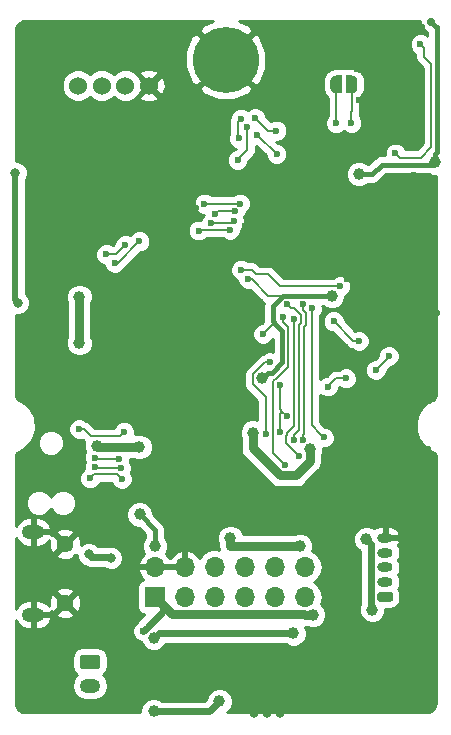
<source format=gbl>
G04 #@! TF.GenerationSoftware,KiCad,Pcbnew,(5.0.1-3-g963ef8bb5)*
G04 #@! TF.CreationDate,2019-10-31T18:10:29+01:00*
G04 #@! TF.ProjectId,oibus-mini-CCC,6F696275732D6D696E692D4343432E6B,rev?*
G04 #@! TF.SameCoordinates,Original*
G04 #@! TF.FileFunction,Copper,L2,Bot,Signal*
G04 #@! TF.FilePolarity,Positive*
%FSLAX46Y46*%
G04 Gerber Fmt 4.6, Leading zero omitted, Abs format (unit mm)*
G04 Created by KiCad (PCBNEW (5.0.1-3-g963ef8bb5)) date 2019 October 31, Thursday 18:10:29*
%MOMM*%
%LPD*%
G01*
G04 APERTURE LIST*
G04 #@! TA.AperFunction,ComponentPad*
%ADD10C,5.600000*%
G04 #@! TD*
G04 #@! TA.AperFunction,ComponentPad*
%ADD11O,1.700000X1.700000*%
G04 #@! TD*
G04 #@! TA.AperFunction,ComponentPad*
%ADD12R,1.700000X1.700000*%
G04 #@! TD*
G04 #@! TA.AperFunction,Conductor*
%ADD13C,0.149860*%
G04 #@! TD*
G04 #@! TA.AperFunction,ComponentPad*
%ADD14C,1.200000*%
G04 #@! TD*
G04 #@! TA.AperFunction,ComponentPad*
%ADD15O,1.750000X1.200000*%
G04 #@! TD*
G04 #@! TA.AperFunction,ComponentPad*
%ADD16C,1.450000*%
G04 #@! TD*
G04 #@! TA.AperFunction,ComponentPad*
%ADD17O,1.900000X1.200000*%
G04 #@! TD*
G04 #@! TA.AperFunction,ComponentPad*
%ADD18C,0.800000*%
G04 #@! TD*
G04 #@! TA.AperFunction,ComponentPad*
%ADD19O,1.300000X0.800000*%
G04 #@! TD*
G04 #@! TA.AperFunction,ComponentPad*
%ADD20C,1.524000*%
G04 #@! TD*
G04 #@! TA.AperFunction,SMDPad,CuDef*
%ADD21C,0.500000*%
G04 #@! TD*
G04 #@! TA.AperFunction,ViaPad*
%ADD22C,0.800000*%
G04 #@! TD*
G04 #@! TA.AperFunction,ViaPad*
%ADD23C,0.600000*%
G04 #@! TD*
G04 #@! TA.AperFunction,ViaPad*
%ADD24C,1.000000*%
G04 #@! TD*
G04 #@! TA.AperFunction,ViaPad*
%ADD25C,0.700000*%
G04 #@! TD*
G04 #@! TA.AperFunction,Conductor*
%ADD26C,0.600000*%
G04 #@! TD*
G04 #@! TA.AperFunction,Conductor*
%ADD27C,0.800000*%
G04 #@! TD*
G04 #@! TA.AperFunction,Conductor*
%ADD28C,0.400000*%
G04 #@! TD*
G04 #@! TA.AperFunction,Conductor*
%ADD29C,0.200000*%
G04 #@! TD*
G04 #@! TA.AperFunction,Conductor*
%ADD30C,0.500000*%
G04 #@! TD*
G04 #@! TA.AperFunction,Conductor*
%ADD31C,0.254000*%
G04 #@! TD*
G04 APERTURE END LIST*
D10*
G04 #@! TO.P,H1,1*
G04 #@! TO.N,GND*
X18500000Y56000000D03*
G04 #@! TD*
D11*
G04 #@! TO.P,H2,12*
G04 #@! TO.N,/CAN_L*
X25200000Y13040000D03*
G04 #@! TO.P,H2,11*
G04 #@! TO.N,/CAN_H*
X25200000Y10500000D03*
G04 #@! TO.P,H2,10*
G04 #@! TO.N,/~SPI_ADS_CS*
X22660000Y13040000D03*
G04 #@! TO.P,H2,9*
G04 #@! TO.N,/SPI_SCK*
X22660000Y10500000D03*
G04 #@! TO.P,H2,8*
G04 #@! TO.N,/SPI_MISO*
X20120000Y13040000D03*
G04 #@! TO.P,H2,7*
G04 #@! TO.N,/SPI_MOSI*
X20120000Y10500000D03*
G04 #@! TO.P,H2,6*
G04 #@! TO.N,/SCL*
X17580000Y13040000D03*
G04 #@! TO.P,H2,5*
G04 #@! TO.N,/SDA*
X17580000Y10500000D03*
G04 #@! TO.P,H2,4*
G04 #@! TO.N,GND*
X15040000Y13040000D03*
G04 #@! TO.P,H2,3*
G04 #@! TO.N,+3V3*
X15040000Y10500000D03*
G04 #@! TO.P,H2,2*
G04 #@! TO.N,GND*
X12500000Y13040000D03*
D12*
G04 #@! TO.P,H2,1*
G04 #@! TO.N,+5V*
X12500000Y10500000D03*
G04 #@! TD*
D13*
G04 #@! TO.N,+BATT*
G04 #@! TO.C,BT1*
G36*
X7649505Y5598796D02*
X7673773Y5595196D01*
X7697572Y5589235D01*
X7720671Y5580970D01*
X7742850Y5570480D01*
X7763893Y5557868D01*
X7783599Y5543253D01*
X7801777Y5526777D01*
X7818253Y5508599D01*
X7832868Y5488893D01*
X7845480Y5467850D01*
X7855970Y5445671D01*
X7864235Y5422572D01*
X7870196Y5398773D01*
X7873796Y5374505D01*
X7875000Y5350001D01*
X7875000Y4649999D01*
X7873796Y4625495D01*
X7870196Y4601227D01*
X7864235Y4577428D01*
X7855970Y4554329D01*
X7845480Y4532150D01*
X7832868Y4511107D01*
X7818253Y4491401D01*
X7801777Y4473223D01*
X7783599Y4456747D01*
X7763893Y4442132D01*
X7742850Y4429520D01*
X7720671Y4419030D01*
X7697572Y4410765D01*
X7673773Y4404804D01*
X7649505Y4401204D01*
X7625001Y4400000D01*
X6374999Y4400000D01*
X6350495Y4401204D01*
X6326227Y4404804D01*
X6302428Y4410765D01*
X6279329Y4419030D01*
X6257150Y4429520D01*
X6236107Y4442132D01*
X6216401Y4456747D01*
X6198223Y4473223D01*
X6181747Y4491401D01*
X6167132Y4511107D01*
X6154520Y4532150D01*
X6144030Y4554329D01*
X6135765Y4577428D01*
X6129804Y4601227D01*
X6126204Y4625495D01*
X6125000Y4649999D01*
X6125000Y5350001D01*
X6126204Y5374505D01*
X6129804Y5398773D01*
X6135765Y5422572D01*
X6144030Y5445671D01*
X6154520Y5467850D01*
X6167132Y5488893D01*
X6181747Y5508599D01*
X6198223Y5526777D01*
X6216401Y5543253D01*
X6236107Y5557868D01*
X6257150Y5570480D01*
X6279329Y5580970D01*
X6302428Y5589235D01*
X6326227Y5595196D01*
X6350495Y5598796D01*
X6374999Y5600000D01*
X7625001Y5600000D01*
X7649505Y5598796D01*
X7649505Y5598796D01*
G37*
D14*
G04 #@! TD*
G04 #@! TO.P,BT1,1*
G04 #@! TO.N,+BATT*
X7000000Y5000000D03*
D15*
G04 #@! TO.P,BT1,2*
G04 #@! TO.N,Net-(BT1-Pad2)*
X7000000Y3000000D03*
G04 #@! TD*
D16*
G04 #@! TO.P,J2,6*
G04 #@! TO.N,GND*
X4900000Y15000000D03*
X4900000Y10000000D03*
D17*
X2200000Y16000000D03*
X2200000Y9000000D03*
G04 #@! TD*
D13*
G04 #@! TO.N,Net-(J3-Pad1)*
G04 #@! TO.C,J3*
G36*
X32469603Y10899037D02*
X32489018Y10896157D01*
X32508057Y10891388D01*
X32526537Y10884776D01*
X32544279Y10876384D01*
X32561114Y10866294D01*
X32576879Y10854602D01*
X32591421Y10841421D01*
X32604602Y10826879D01*
X32616294Y10811114D01*
X32626384Y10794279D01*
X32634776Y10776537D01*
X32641388Y10758057D01*
X32646157Y10739018D01*
X32649037Y10719603D01*
X32650000Y10700000D01*
X32650000Y10300000D01*
X32649037Y10280397D01*
X32646157Y10260982D01*
X32641388Y10241943D01*
X32634776Y10223463D01*
X32626384Y10205721D01*
X32616294Y10188886D01*
X32604602Y10173121D01*
X32591421Y10158579D01*
X32576879Y10145398D01*
X32561114Y10133706D01*
X32544279Y10123616D01*
X32526537Y10115224D01*
X32508057Y10108612D01*
X32489018Y10103843D01*
X32469603Y10100963D01*
X32450000Y10100000D01*
X31550000Y10100000D01*
X31530397Y10100963D01*
X31510982Y10103843D01*
X31491943Y10108612D01*
X31473463Y10115224D01*
X31455721Y10123616D01*
X31438886Y10133706D01*
X31423121Y10145398D01*
X31408579Y10158579D01*
X31395398Y10173121D01*
X31383706Y10188886D01*
X31373616Y10205721D01*
X31365224Y10223463D01*
X31358612Y10241943D01*
X31353843Y10260982D01*
X31350963Y10280397D01*
X31350000Y10300000D01*
X31350000Y10700000D01*
X31350963Y10719603D01*
X31353843Y10739018D01*
X31358612Y10758057D01*
X31365224Y10776537D01*
X31373616Y10794279D01*
X31383706Y10811114D01*
X31395398Y10826879D01*
X31408579Y10841421D01*
X31423121Y10854602D01*
X31438886Y10866294D01*
X31455721Y10876384D01*
X31473463Y10884776D01*
X31491943Y10891388D01*
X31510982Y10896157D01*
X31530397Y10899037D01*
X31550000Y10900000D01*
X32450000Y10900000D01*
X32469603Y10899037D01*
X32469603Y10899037D01*
G37*
D18*
G04 #@! TD*
G04 #@! TO.P,J3,1*
G04 #@! TO.N,Net-(J3-Pad1)*
X32000000Y10500000D03*
D19*
G04 #@! TO.P,J3,2*
G04 #@! TO.N,+5V*
X32000000Y11750000D03*
G04 #@! TO.P,J3,3*
G04 #@! TO.N,/CAN_H*
X32000000Y13000000D03*
G04 #@! TO.P,J3,4*
G04 #@! TO.N,/CAN_L*
X32000000Y14250000D03*
G04 #@! TO.P,J3,5*
G04 #@! TO.N,GND*
X32000000Y15500000D03*
G04 #@! TD*
D20*
G04 #@! TO.P,J1,1*
G04 #@! TO.N,SPS_RX*
X6000000Y53800000D03*
G04 #@! TO.P,J1,2*
G04 #@! TO.N,SPS_TX*
X8000000Y53800000D03*
G04 #@! TO.P,J1,3*
G04 #@! TO.N,+5V*
X10000000Y53800000D03*
G04 #@! TO.P,J1,4*
G04 #@! TO.N,GND*
X12000000Y53800000D03*
G04 #@! TD*
D21*
G04 #@! TO.P,NFC,1*
G04 #@! TO.N,Net-(J4-Pad1)*
X29150000Y53900000D03*
D13*
G04 #@! TD*
G04 #@! TO.N,Net-(J4-Pad1)*
G04 #@! TO.C,NFC*
G36*
X28650000Y54650000D02*
X29150000Y54650000D01*
X29150000Y54649398D01*
X29174534Y54649398D01*
X29223365Y54644588D01*
X29271490Y54635016D01*
X29318445Y54620772D01*
X29363778Y54601995D01*
X29407051Y54578864D01*
X29447850Y54551604D01*
X29485779Y54520476D01*
X29520476Y54485779D01*
X29551604Y54447850D01*
X29578864Y54407051D01*
X29601995Y54363778D01*
X29620772Y54318445D01*
X29635016Y54271490D01*
X29644588Y54223365D01*
X29649398Y54174534D01*
X29649398Y54150000D01*
X29650000Y54150000D01*
X29650000Y53650000D01*
X29649398Y53650000D01*
X29649398Y53625466D01*
X29644588Y53576635D01*
X29635016Y53528510D01*
X29620772Y53481555D01*
X29601995Y53436222D01*
X29578864Y53392949D01*
X29551604Y53352150D01*
X29520476Y53314221D01*
X29485779Y53279524D01*
X29447850Y53248396D01*
X29407051Y53221136D01*
X29363778Y53198005D01*
X29318445Y53179228D01*
X29271490Y53164984D01*
X29223365Y53155412D01*
X29174534Y53150602D01*
X29150000Y53150602D01*
X29150000Y53150000D01*
X28650000Y53150000D01*
X28650000Y54650000D01*
X28650000Y54650000D01*
G37*
D21*
G04 #@! TO.P,NFC,2*
G04 #@! TO.N,Net-(J4-Pad2)*
X27850000Y53900000D03*
D13*
G04 #@! TD*
G04 #@! TO.N,Net-(J4-Pad2)*
G04 #@! TO.C,NFC*
G36*
X27850000Y53150602D02*
X27825466Y53150602D01*
X27776635Y53155412D01*
X27728510Y53164984D01*
X27681555Y53179228D01*
X27636222Y53198005D01*
X27592949Y53221136D01*
X27552150Y53248396D01*
X27514221Y53279524D01*
X27479524Y53314221D01*
X27448396Y53352150D01*
X27421136Y53392949D01*
X27398005Y53436222D01*
X27379228Y53481555D01*
X27364984Y53528510D01*
X27355412Y53576635D01*
X27350602Y53625466D01*
X27350602Y53650000D01*
X27350000Y53650000D01*
X27350000Y54150000D01*
X27350602Y54150000D01*
X27350602Y54174534D01*
X27355412Y54223365D01*
X27364984Y54271490D01*
X27379228Y54318445D01*
X27398005Y54363778D01*
X27421136Y54407051D01*
X27448396Y54447850D01*
X27479524Y54485779D01*
X27514221Y54520476D01*
X27552150Y54551604D01*
X27592949Y54578864D01*
X27636222Y54601995D01*
X27681555Y54620772D01*
X27728510Y54635016D01*
X27776635Y54644588D01*
X27825466Y54649398D01*
X27850000Y54649398D01*
X27850000Y54650000D01*
X28350000Y54650000D01*
X28350000Y53150000D01*
X27850000Y53150000D01*
X27850000Y53150602D01*
X27850000Y53150602D01*
G37*
D22*
G04 #@! TO.N,VBUS*
X6899989Y14100000D03*
X8800000Y13800000D03*
D23*
G04 #@! TO.N,GND*
X28900000Y26000000D03*
X33400000Y55787500D03*
D22*
X15800000Y23700000D03*
X28900000Y16200000D03*
X27900000Y24400000D03*
X28600000Y22300000D03*
X35300000Y4900000D03*
X35300000Y1600000D03*
X20100000Y5000000D03*
X13200000Y5800000D03*
D23*
X33300000Y36200000D03*
X35200000Y42700000D03*
X34400000Y46200000D03*
X35100000Y58792003D03*
X30900000Y50100000D03*
X25200000Y50200000D03*
X26300000Y52800000D03*
X26300000Y55200000D03*
X29600000Y55200000D03*
X18500000Y33000000D03*
X17300000Y25600000D03*
X18830717Y26439033D03*
X34000000Y18500000D03*
X35600000Y23000000D03*
X31699979Y26400000D03*
X28800000Y37400000D03*
X3100000Y44500000D03*
X23774265Y42274265D03*
X20100743Y41899195D03*
X13000000Y34500000D03*
X16200000Y37100000D03*
X2800000Y36900000D03*
X4400000Y32300000D03*
X1800000Y33100000D03*
X17100000Y14600000D03*
X13200000Y23600000D03*
X1800000Y21000000D03*
X6241677Y11073899D03*
X34200000Y27400000D03*
X36400000Y34500000D03*
X29736397Y29400000D03*
X27100000Y13400000D03*
X15983313Y43444503D03*
X29750000Y52600000D03*
X6668266Y25868266D03*
D24*
X28700000Y7600000D03*
D22*
X19500000Y3000000D03*
X20100000Y1600000D03*
X20900000Y692039D03*
X22000000Y692039D03*
X23100000Y692013D03*
X20600008Y3000000D03*
D23*
X1700000Y56300000D03*
X12799998Y48800000D03*
X4000000Y48999990D03*
X5800000Y48999990D03*
D24*
G04 #@! TO.N,+3V3*
X36200000Y47300000D03*
X21600000Y28999979D03*
X25639663Y22999179D03*
X29774954Y46296834D03*
X6100000Y32000000D03*
X6100000Y35900000D03*
X27500000Y36000000D03*
D25*
X35907159Y59217791D03*
D24*
X20800000Y24400000D03*
D23*
X21642878Y32757122D03*
X27146476Y28314709D03*
X28700000Y29000000D03*
X32300000Y30900006D03*
X31198876Y29698876D03*
X20400000Y37400000D03*
D24*
X11198697Y23195730D03*
X12500000Y14800000D03*
X11220221Y17479779D03*
X7600000Y23299990D03*
D23*
G04 #@! TO.N,/CAN_SILENT*
X29769481Y32168397D03*
X27633734Y33833734D03*
G04 #@! TO.N,/CAN_SHDN*
X25785650Y34927348D03*
X26800000Y24000000D03*
D24*
G04 #@! TO.N,+5V*
X25900000Y9000000D03*
D22*
X700000Y46400000D03*
X900000Y35400000D03*
D23*
X11500002Y7600000D03*
G04 #@! TO.N,/SCL*
X23699265Y25799265D03*
X23100010Y24474270D03*
X23099958Y28460342D03*
G04 #@! TO.N,/~RESET*
X20324272Y50324272D03*
X19499994Y47500000D03*
X11200000Y40600000D03*
X9105025Y38805025D03*
X28200000Y36800000D03*
X19800000Y38200000D03*
X16207413Y41522125D03*
X18875334Y41574905D03*
G04 #@! TO.N,/SWDSWO*
X9700000Y20500000D03*
X6999990Y20532177D03*
G04 #@! TO.N,/SWDCLK*
X9608706Y21414503D03*
X7400000Y21500010D03*
G04 #@! TO.N,/SWDIO*
X9500023Y22208961D03*
X7400000Y22300023D03*
D24*
G04 #@! TO.N,+BATT*
X24228432Y7428432D03*
X12423985Y7033370D03*
G04 #@! TO.N,/VIN*
X18900000Y15500000D03*
X24800000Y14800000D03*
X30400000Y15400000D03*
X30900000Y9400000D03*
D23*
G04 #@! TO.N,GPS_RX*
X19256234Y43134350D03*
X17631812Y42895267D03*
G04 #@! TO.N,GPS_TX*
X19221010Y42328119D03*
X17283800Y42174915D03*
G04 #@! TO.N,/~SPI_ADS_CS*
X25068703Y23820160D03*
X25023385Y35284350D03*
G04 #@! TO.N,/SPI_SCK*
X24700000Y22400000D03*
X24299968Y34026336D03*
G04 #@! TO.N,/SPI_MISO*
X23700000Y35300000D03*
X24247139Y23767105D03*
G04 #@! TO.N,/SPI_MOSI*
X23499990Y21700000D03*
X23338114Y34219827D03*
G04 #@! TO.N,Net-(J4-Pad1)*
X29136566Y50627463D03*
G04 #@! TO.N,Net-(J4-Pad2)*
X27850002Y50599998D03*
D24*
G04 #@! TO.N,Net-(Q2-Pad3)*
X12400000Y800000D03*
X17973200Y1665066D03*
D23*
G04 #@! TO.N,/BLUE*
X34988283Y57289530D03*
X32874522Y48044565D03*
G04 #@! TO.N,/GPS_TIME*
X8400000Y39500000D03*
X10000000Y40300000D03*
X19700000Y43800000D03*
X16700000Y43800000D03*
G04 #@! TO.N,NINA_DSR*
X19800010Y51000000D03*
X19624272Y49324272D03*
G04 #@! TO.N,NINA_RTS*
X21000022Y51061337D03*
X22783112Y49976480D03*
G04 #@! TO.N,NINA_CTS*
X21167963Y49634282D03*
X22800067Y48000000D03*
G04 #@! TO.N,/5V_EN*
X21900000Y24300000D03*
X22261086Y30358418D03*
G04 #@! TO.N,/BOOT*
X9900034Y24482156D03*
X6100000Y24700000D03*
G04 #@! TD*
D26*
G04 #@! TO.N,VBUS*
X7099989Y13900000D02*
X6899989Y14100000D01*
X8700000Y13900000D02*
X7099989Y13900000D01*
D27*
G04 #@! TO.N,+3V3*
X6100000Y32000000D02*
X6100000Y35900000D01*
D28*
X22500000Y33845094D02*
X22500000Y35136002D01*
X26792894Y36000000D02*
X27500000Y36000000D01*
X22500000Y35136002D02*
X23363998Y36000000D01*
X23363998Y36000000D02*
X26792894Y36000000D01*
X36200000Y47300000D02*
X36200000Y48007106D01*
X36257158Y58867792D02*
X35907159Y59217791D01*
X36200000Y48007106D02*
X36400000Y48207106D01*
X36400000Y48207106D02*
X36400000Y58724950D01*
X36400000Y58724950D02*
X36257158Y58867792D01*
X22700000Y33645094D02*
X22500000Y33845094D01*
D27*
X23067989Y20799999D02*
X20800000Y23067988D01*
X25639663Y22999179D02*
X25639663Y22007661D01*
X20800000Y23692894D02*
X20800000Y24400000D01*
X25639663Y22007661D02*
X24432001Y20799999D01*
X24432001Y20799999D02*
X23067989Y20799999D01*
X20800000Y23067988D02*
X20800000Y23692894D01*
D29*
X22700000Y33645094D02*
X22530850Y33645094D01*
X21942877Y33057121D02*
X21642878Y32757122D01*
X22530850Y33645094D02*
X21942877Y33057121D01*
D28*
X22405941Y29499978D02*
X23300000Y30394037D01*
X23300000Y30394037D02*
X23300000Y33045094D01*
X22099999Y29499978D02*
X22405941Y29499978D01*
X21600000Y28999979D02*
X22099999Y29499978D01*
X23300000Y33045094D02*
X22700000Y33645094D01*
D29*
X27446475Y28614708D02*
X27146476Y28314709D01*
X27831767Y29000000D02*
X27446475Y28614708D01*
X28700000Y29000000D02*
X27831767Y29000000D01*
X32300000Y30800000D02*
X32300000Y30900006D01*
X31198876Y29698876D02*
X32300000Y30800000D01*
X23363998Y36000000D02*
X22100000Y36000000D01*
X20700000Y37400000D02*
X20400000Y37400000D01*
X22100000Y36000000D02*
X20700000Y37400000D01*
D28*
X12500000Y16200000D02*
X11220221Y17479779D01*
X12500000Y14800000D02*
X12500000Y16200000D01*
X30482060Y46296834D02*
X29774954Y46296834D01*
X30896834Y46296834D02*
X30482060Y46296834D01*
X31700000Y47100000D02*
X30896834Y46296834D01*
X36000000Y47100000D02*
X31700000Y47100000D01*
X36200000Y47300000D02*
X36000000Y47100000D01*
D27*
X11198697Y23195730D02*
X7704260Y23195730D01*
X7704260Y23195730D02*
X7600000Y23299990D01*
D29*
G04 #@! TO.N,/CAN_SILENT*
X29299071Y32168397D02*
X27633734Y33833734D01*
X29769481Y32168397D02*
X29299071Y32168397D01*
G04 #@! TO.N,/CAN_SHDN*
X25785650Y25014350D02*
X26500001Y24299999D01*
X25785650Y34927348D02*
X25785650Y25014350D01*
X26500001Y24299999D02*
X26800000Y24000000D01*
D27*
G04 #@! TO.N,+5V*
X25192894Y9000000D02*
X25900000Y9000000D01*
X13200000Y9800000D02*
X13950001Y9049999D01*
X13950001Y9049999D02*
X25142895Y9049999D01*
X25142895Y9049999D02*
X25192894Y9000000D01*
D30*
X700000Y35600000D02*
X900000Y35400000D01*
X700000Y46400000D02*
X700000Y35600000D01*
D27*
X12500000Y10500000D02*
X13200000Y9800000D01*
D26*
X13200000Y9800000D02*
X13200000Y9299998D01*
X11800001Y7899999D02*
X11500002Y7600000D01*
X13200000Y9299998D02*
X11800001Y7899999D01*
D29*
G04 #@! TO.N,/SCL*
X23699265Y25799265D02*
X23300000Y26198530D01*
X23099958Y26398572D02*
X23099958Y28036078D01*
X23100010Y25998540D02*
X23100010Y24898534D01*
X23100010Y24898534D02*
X23100010Y24474270D01*
X23300000Y26198530D02*
X23100010Y25998540D01*
X23300000Y26198530D02*
X23099958Y26398572D01*
X23099958Y28036078D02*
X23099958Y28460342D01*
G04 #@! TO.N,/~RESET*
X19799993Y47799999D02*
X19499994Y47500000D01*
X20324272Y50324272D02*
X20324272Y48324278D01*
X20324272Y48324278D02*
X19799993Y47799999D01*
X9405025Y38805025D02*
X9105025Y38805025D01*
X11200000Y40600000D02*
X9405025Y38805025D01*
X28200000Y36800000D02*
X23100000Y36800000D01*
X23100000Y36800000D02*
X22100000Y37800000D01*
X22100000Y37800000D02*
X21100000Y37800000D01*
X20700000Y38200000D02*
X19800000Y38200000D01*
X21100000Y37800000D02*
X20700000Y38200000D01*
X18875334Y41574905D02*
X16260193Y41574905D01*
X16260193Y41574905D02*
X16207413Y41522125D01*
G04 #@! TO.N,/SWDSWO*
X7367813Y20900000D02*
X6999990Y20532177D01*
X9700000Y20500000D02*
X9300000Y20900000D01*
X9300000Y20900000D02*
X7367813Y20900000D01*
G04 #@! TO.N,/SWDCLK*
X9608706Y21414503D02*
X7485507Y21414503D01*
X7485507Y21414503D02*
X7400000Y21500010D01*
G04 #@! TO.N,/SWDIO*
X7491062Y22208961D02*
X7400000Y22300023D01*
X9500023Y22208961D02*
X7491062Y22208961D01*
D26*
G04 #@! TO.N,+BATT*
X24228432Y7428432D02*
X12819047Y7428432D01*
X12819047Y7428432D02*
X12423985Y7033370D01*
D27*
G04 #@! TO.N,/VIN*
X18900000Y15500000D02*
X18900000Y14792894D01*
X20513108Y14792894D02*
X20520214Y14800000D01*
X18900000Y14792894D02*
X20513108Y14792894D01*
X20520214Y14800000D02*
X24800000Y14800000D01*
D26*
X30800000Y15000000D02*
X30800000Y10950000D01*
X30400000Y15400000D02*
X30800000Y15000000D01*
X30800000Y9500000D02*
X30900000Y9400000D01*
X30800000Y10950000D02*
X30800000Y9500000D01*
D29*
G04 #@! TO.N,GPS_RX*
X17870895Y43134350D02*
X17631812Y42895267D01*
X19256234Y43134350D02*
X17870895Y43134350D01*
G04 #@! TO.N,GPS_TX*
X17283800Y42174915D02*
X19067806Y42174915D01*
X19067806Y42174915D02*
X19221010Y42328119D01*
G04 #@! TO.N,/~SPI_ADS_CS*
X25299989Y33535986D02*
X25299989Y34517296D01*
X25148523Y24324244D02*
X25148523Y33384520D01*
X25023385Y34860086D02*
X25023385Y35284350D01*
X25068703Y24244424D02*
X25148523Y24324244D01*
X25068703Y23820160D02*
X25068703Y24244424D01*
X25023385Y34793900D02*
X25023385Y34860086D01*
X25148523Y33384520D02*
X25299989Y33535986D01*
X25299989Y34517296D02*
X25023385Y34793900D01*
G04 #@! TO.N,/SPI_SCK*
X23597953Y23502047D02*
X23597953Y24084211D01*
X23700011Y24186269D02*
X23700011Y24400011D01*
X24299968Y33602072D02*
X24299968Y34026336D01*
X24299968Y24999968D02*
X24299968Y33602072D01*
X24700000Y22400000D02*
X23597953Y23502047D01*
X23597953Y24084211D02*
X23700011Y24186269D01*
X23700011Y24400011D02*
X24299968Y24999968D01*
G04 #@! TO.N,/SPI_MISO*
X23700000Y35300000D02*
X23999999Y35000001D01*
X24899978Y33701675D02*
X24699989Y33501686D01*
X24247139Y24191369D02*
X24247139Y23767105D01*
X23999999Y35000001D02*
X24251584Y35000001D01*
X24251584Y35000001D02*
X24899978Y34351607D01*
X24699989Y24644219D02*
X24247139Y24191369D01*
X24899978Y34351607D02*
X24899978Y33701675D01*
X24699989Y33501686D02*
X24699989Y24644219D01*
G04 #@! TO.N,/SPI_MOSI*
X22499957Y28748343D02*
X22811957Y29060343D01*
X22500000Y28172298D02*
X22499957Y28172341D01*
X23338114Y33795563D02*
X23338114Y34219827D01*
X23800000Y30000000D02*
X23800000Y33333677D01*
X22860343Y29060343D02*
X23800000Y30000000D01*
X22499957Y28172341D02*
X22499957Y28748343D01*
X22500000Y22699990D02*
X22500000Y28172298D01*
X22811957Y29060343D02*
X22860343Y29060343D01*
X23800000Y33333677D02*
X23338114Y33795563D01*
X23499990Y21700000D02*
X22500000Y22699990D01*
G04 #@! TO.N,Net-(J4-Pad1)*
X29136566Y50627463D02*
X29136566Y51586566D01*
X29150000Y51600000D02*
X29150000Y53900000D01*
X29136566Y51586566D02*
X29150000Y51600000D01*
G04 #@! TO.N,Net-(J4-Pad2)*
X27850002Y50599998D02*
X27850002Y51599998D01*
X27850000Y51600000D02*
X27850000Y53900000D01*
X27850002Y51599998D02*
X27850000Y51600000D01*
D26*
G04 #@! TO.N,Net-(Q2-Pad3)*
X12400000Y800000D02*
X17108134Y800000D01*
X17473201Y1165067D02*
X17973200Y1665066D01*
X17108134Y800000D02*
X17473201Y1165067D01*
D29*
G04 #@! TO.N,/BLUE*
X35000000Y47700000D02*
X33219087Y47700000D01*
X35288282Y56211718D02*
X35900000Y55600000D01*
X35900000Y48600000D02*
X35000000Y47700000D01*
X33219087Y47700000D02*
X32874522Y48044565D01*
X35288282Y56989531D02*
X35288282Y56211718D01*
X35900000Y55600000D02*
X35900000Y48600000D01*
X34988283Y57289530D02*
X35288282Y56989531D01*
G04 #@! TO.N,/GPS_TIME*
X9200000Y39500000D02*
X10000000Y40300000D01*
X8400000Y39500000D02*
X9200000Y39500000D01*
X19700000Y43800000D02*
X16700000Y43800000D01*
G04 #@! TO.N,NINA_DSR*
X19800010Y51000000D02*
X19500011Y50700001D01*
X19500011Y49448533D02*
X19624272Y49324272D01*
X19500011Y50700001D02*
X19500011Y49448533D01*
G04 #@! TO.N,NINA_RTS*
X21000022Y51061337D02*
X22084879Y49976480D01*
X22084879Y49976480D02*
X22358848Y49976480D01*
X22358848Y49976480D02*
X22783112Y49976480D01*
G04 #@! TO.N,NINA_CTS*
X21167963Y49634282D02*
X22800067Y48002178D01*
X22800067Y48002178D02*
X22800067Y48000000D01*
G04 #@! TO.N,/5V_EN*
X21900000Y27400000D02*
X20799999Y28500001D01*
X20799999Y29354302D02*
X21804115Y30358418D01*
X21804115Y30358418D02*
X21836822Y30358418D01*
X21836822Y30358418D02*
X22261086Y30358418D01*
X21900000Y24300000D02*
X21900000Y27400000D01*
X20799999Y28500001D02*
X20799999Y29354302D01*
G04 #@! TO.N,/BOOT*
X6524264Y24700000D02*
X6100000Y24700000D01*
X9560571Y24100000D02*
X7124264Y24100000D01*
X9900000Y24439429D02*
X9560571Y24100000D01*
X7124264Y24100000D02*
X6524264Y24700000D01*
G04 #@! TD*
D31*
G04 #@! TO.N,GND*
G36*
X16562973Y58917878D02*
X16545501Y58906203D01*
X16227265Y58452340D01*
X18500000Y56179605D01*
X20772735Y58452340D01*
X20454499Y58906203D01*
X19595553Y59265013D01*
X34930159Y59265013D01*
X34930159Y59023454D01*
X35078898Y58664365D01*
X35353733Y58389530D01*
X35573001Y58298707D01*
X35573001Y58015788D01*
X35513386Y58075403D01*
X35172675Y58216530D01*
X34803891Y58216530D01*
X34463180Y58075403D01*
X34202410Y57814633D01*
X34061283Y57473922D01*
X34061283Y57105138D01*
X34202410Y56764427D01*
X34463180Y56503657D01*
X34561282Y56463022D01*
X34561282Y56283313D01*
X34547041Y56211718D01*
X34561282Y56140123D01*
X34561282Y56140119D01*
X34576535Y56063439D01*
X34603464Y55928058D01*
X34603465Y55928057D01*
X34764146Y55687581D01*
X34824844Y55647024D01*
X35173000Y55298867D01*
X35173001Y48901134D01*
X34698868Y48427000D01*
X33719490Y48427000D01*
X33660395Y48569668D01*
X33399625Y48830438D01*
X33058914Y48971565D01*
X32690130Y48971565D01*
X32349419Y48830438D01*
X32088649Y48569668D01*
X31947522Y48228957D01*
X31947522Y47927000D01*
X31781442Y47927000D01*
X31699999Y47943200D01*
X31618556Y47927000D01*
X31618552Y47927000D01*
X31377321Y47879016D01*
X31103767Y47696233D01*
X31057631Y47627186D01*
X30554280Y47123834D01*
X30541772Y47123834D01*
X30413348Y47252258D01*
X29999128Y47423834D01*
X29550780Y47423834D01*
X29136560Y47252258D01*
X28819530Y46935228D01*
X28647954Y46521008D01*
X28647954Y46072660D01*
X28819530Y45658440D01*
X29136560Y45341410D01*
X29550780Y45169834D01*
X29999128Y45169834D01*
X30413348Y45341410D01*
X30541772Y45469834D01*
X30815390Y45469834D01*
X30896834Y45453634D01*
X30978278Y45469834D01*
X30978282Y45469834D01*
X31219513Y45517818D01*
X31493067Y45700601D01*
X31539206Y45769653D01*
X32042554Y46273000D01*
X35734405Y46273000D01*
X35975826Y46173000D01*
X36273000Y46173000D01*
X36273001Y27571608D01*
X36239061Y27400978D01*
X36182969Y27317031D01*
X36022432Y27209764D01*
X35762513Y27077328D01*
X35689462Y27024254D01*
X35613111Y26976058D01*
X35213298Y26625289D01*
X35213294Y26625287D01*
X35133895Y26529780D01*
X35067886Y26450381D01*
X35067886Y26450380D01*
X34796032Y25993226D01*
X34744144Y25863089D01*
X34711790Y25781947D01*
X34594510Y25263161D01*
X34582857Y25084829D01*
X34579679Y25036188D01*
X34628454Y24506551D01*
X34684488Y24286105D01*
X34894542Y23797463D01*
X35015954Y23605122D01*
X35015957Y23605119D01*
X35366725Y23205307D01*
X35366726Y23205306D01*
X35541632Y23059897D01*
X35986545Y22795323D01*
X36180520Y22669410D01*
X36237722Y22586216D01*
X36273000Y22420412D01*
X36273001Y1552108D01*
X36221861Y1244864D01*
X36102886Y1024364D01*
X35918905Y854294D01*
X35676374Y747072D01*
X35454265Y719013D01*
X18620965Y719013D01*
X18928624Y1026672D01*
X19100200Y1440892D01*
X19100200Y1889240D01*
X18928624Y2303460D01*
X18611594Y2620490D01*
X18197374Y2792066D01*
X17749026Y2792066D01*
X17334806Y2620490D01*
X17017776Y2303460D01*
X16846200Y1889240D01*
X16846200Y1849041D01*
X16724159Y1727000D01*
X13066818Y1727000D01*
X13038394Y1755424D01*
X12624174Y1927000D01*
X12175826Y1927000D01*
X11761606Y1755424D01*
X11444576Y1438394D01*
X11273000Y1024174D01*
X11273000Y719013D01*
X1560089Y719013D01*
X1252851Y770152D01*
X1032351Y889127D01*
X862281Y1073108D01*
X755059Y1315639D01*
X727000Y1537748D01*
X727000Y3000000D01*
X5473962Y3000000D01*
X5569192Y2521248D01*
X5840383Y2115383D01*
X6246248Y1844192D01*
X6604153Y1773000D01*
X7395847Y1773000D01*
X7753752Y1844192D01*
X8159617Y2115383D01*
X8430808Y2521248D01*
X8526038Y3000000D01*
X8430808Y3478752D01*
X8159617Y3884617D01*
X8104526Y3921428D01*
X8253818Y4021182D01*
X8446590Y4309686D01*
X8514283Y4649999D01*
X8514283Y5350001D01*
X8446590Y5690314D01*
X8253818Y5978818D01*
X7965314Y6171590D01*
X7625001Y6239283D01*
X6374999Y6239283D01*
X6034686Y6171590D01*
X5746182Y5978818D01*
X5553410Y5690314D01*
X5485717Y5350001D01*
X5485717Y4649999D01*
X5553410Y4309686D01*
X5746182Y4021182D01*
X5895474Y3921428D01*
X5840383Y3884617D01*
X5569192Y3478752D01*
X5473962Y3000000D01*
X727000Y3000000D01*
X727000Y7600000D01*
X10554841Y7600000D01*
X10573002Y7508700D01*
X10573002Y7415608D01*
X10608628Y7329600D01*
X10626788Y7238303D01*
X10678503Y7160906D01*
X10714129Y7074897D01*
X10779958Y7009068D01*
X10831673Y6931671D01*
X10909070Y6879956D01*
X10974899Y6814127D01*
X11060908Y6778501D01*
X11138305Y6726786D01*
X11229602Y6708626D01*
X11315610Y6673000D01*
X11353399Y6673000D01*
X11468561Y6394976D01*
X11785591Y6077946D01*
X12199811Y5906370D01*
X12648159Y5906370D01*
X13062379Y6077946D01*
X13379409Y6394976D01*
X13423505Y6501432D01*
X23561614Y6501432D01*
X23590038Y6473008D01*
X24004258Y6301432D01*
X24452606Y6301432D01*
X24866826Y6473008D01*
X25183856Y6790038D01*
X25355432Y7204258D01*
X25355432Y7652606D01*
X25228149Y7959893D01*
X25294042Y7973000D01*
X25434405Y7973000D01*
X25675826Y7873000D01*
X26124174Y7873000D01*
X26538394Y8044576D01*
X26855424Y8361606D01*
X27027000Y8775826D01*
X27027000Y9224174D01*
X26855424Y9638394D01*
X26582816Y9911002D01*
X26591303Y9923703D01*
X26705936Y10500000D01*
X26591303Y11076297D01*
X26264858Y11564858D01*
X25957840Y11770000D01*
X26264858Y11975142D01*
X26591303Y12463703D01*
X26705936Y13040000D01*
X26591303Y13616297D01*
X26264858Y14104858D01*
X25847445Y14383764D01*
X25927000Y14575826D01*
X25927000Y15024174D01*
X25755424Y15438394D01*
X25569644Y15624174D01*
X29273000Y15624174D01*
X29273000Y15175826D01*
X29444576Y14761606D01*
X29761606Y14444576D01*
X29873000Y14398435D01*
X29873001Y11041306D01*
X29873000Y11041301D01*
X29873001Y9865596D01*
X29773000Y9624174D01*
X29773000Y9175826D01*
X29944576Y8761606D01*
X30261606Y8444576D01*
X30675826Y8273000D01*
X31124174Y8273000D01*
X31538394Y8444576D01*
X31855424Y8761606D01*
X32027000Y9175826D01*
X32027000Y9460717D01*
X32450000Y9460717D01*
X32771180Y9524604D01*
X33043463Y9706537D01*
X33225396Y9978820D01*
X33289283Y10300000D01*
X33289283Y10700000D01*
X33225396Y11021180D01*
X33111788Y11191206D01*
X33217413Y11349285D01*
X33297120Y11750000D01*
X33217413Y12150715D01*
X33067551Y12375000D01*
X33217413Y12599285D01*
X33297120Y13000000D01*
X33217413Y13400715D01*
X33067551Y13625000D01*
X33217413Y13849285D01*
X33297120Y14250000D01*
X33217413Y14650715D01*
X33071202Y14869536D01*
X33234987Y15137031D01*
X33244666Y15213877D01*
X33116998Y15373000D01*
X32127000Y15373000D01*
X32127000Y15353000D01*
X31873000Y15353000D01*
X31873000Y15373000D01*
X31853000Y15373000D01*
X31853000Y15627000D01*
X31873000Y15627000D01*
X31873000Y16383756D01*
X32127000Y16383756D01*
X32127000Y15627000D01*
X33116998Y15627000D01*
X33244666Y15786123D01*
X33234987Y15862969D01*
X33021107Y16212278D01*
X32689833Y16453149D01*
X32291598Y16548912D01*
X32127000Y16383756D01*
X31873000Y16383756D01*
X31708402Y16548912D01*
X31310167Y16453149D01*
X31096226Y16297592D01*
X31038394Y16355424D01*
X30624174Y16527000D01*
X30175826Y16527000D01*
X29761606Y16355424D01*
X29444576Y16038394D01*
X29273000Y15624174D01*
X25569644Y15624174D01*
X25438394Y15755424D01*
X25024174Y15927000D01*
X24575826Y15927000D01*
X24334405Y15827000D01*
X20621362Y15827000D01*
X20520213Y15847120D01*
X20419064Y15827000D01*
X20383340Y15819894D01*
X19987351Y15819894D01*
X19855424Y16138394D01*
X19538394Y16455424D01*
X19124174Y16627000D01*
X18675826Y16627000D01*
X18261606Y16455424D01*
X17944576Y16138394D01*
X17773000Y15724174D01*
X17773000Y15275826D01*
X17873000Y15034405D01*
X17873000Y14894044D01*
X17852880Y14792894D01*
X17915268Y14479247D01*
X17725471Y14517000D01*
X17434529Y14517000D01*
X17003703Y14431303D01*
X16515142Y14104858D01*
X16300128Y13783066D01*
X16235183Y13921358D01*
X15806924Y14311645D01*
X15396890Y14481476D01*
X15167000Y14360155D01*
X15167000Y13167000D01*
X15187000Y13167000D01*
X15187000Y12913000D01*
X15167000Y12913000D01*
X15167000Y12893000D01*
X14913000Y12893000D01*
X14913000Y12913000D01*
X12627000Y12913000D01*
X12627000Y12893000D01*
X12373000Y12893000D01*
X12373000Y12913000D01*
X11179181Y12913000D01*
X11058514Y12683108D01*
X11304817Y12158642D01*
X11519202Y11963265D01*
X11405357Y11940620D01*
X11197959Y11802041D01*
X11059380Y11594643D01*
X11010717Y11350000D01*
X11010717Y9650000D01*
X11059380Y9405357D01*
X11197959Y9197959D01*
X11405357Y9059380D01*
X11608082Y9019055D01*
X10974901Y8385874D01*
X10974899Y8385873D01*
X10714129Y8125103D01*
X10678503Y8039094D01*
X10626788Y7961697D01*
X10608628Y7870400D01*
X10573002Y7784392D01*
X10573002Y7691300D01*
X10554841Y7600000D01*
X727000Y7600000D01*
X727000Y8518835D01*
X886920Y8216526D01*
X1260053Y7907610D01*
X1723000Y7765000D01*
X2073000Y7765000D01*
X2073000Y8873000D01*
X2327000Y8873000D01*
X2327000Y7765000D01*
X2677000Y7765000D01*
X3139947Y7907610D01*
X3513080Y8216526D01*
X3739592Y8644719D01*
X3743462Y8682391D01*
X3618731Y8873000D01*
X2327000Y8873000D01*
X2073000Y8873000D01*
X2053000Y8873000D01*
X2053000Y9046602D01*
X4126207Y9046602D01*
X4191122Y8808247D01*
X4701146Y8627688D01*
X5241444Y8656051D01*
X5608878Y8808247D01*
X5673793Y9046602D01*
X4900000Y9820395D01*
X4126207Y9046602D01*
X2053000Y9046602D01*
X2053000Y9127000D01*
X2073000Y9127000D01*
X2073000Y10235000D01*
X2327000Y10235000D01*
X2327000Y9127000D01*
X3618731Y9127000D01*
X3723424Y9286988D01*
X3946602Y9226207D01*
X4720395Y10000000D01*
X5079605Y10000000D01*
X5853398Y9226207D01*
X6091753Y9291122D01*
X6272312Y9801146D01*
X6243949Y10341444D01*
X6091753Y10708878D01*
X5853398Y10773793D01*
X5079605Y10000000D01*
X4720395Y10000000D01*
X3946602Y10773793D01*
X3708247Y10708878D01*
X3527688Y10198854D01*
X3553505Y9707055D01*
X3513080Y9783474D01*
X3139947Y10092390D01*
X2677000Y10235000D01*
X2327000Y10235000D01*
X2073000Y10235000D01*
X1723000Y10235000D01*
X1260053Y10092390D01*
X886920Y9783474D01*
X727000Y9481165D01*
X727000Y10953398D01*
X4126207Y10953398D01*
X4900000Y10179605D01*
X5673793Y10953398D01*
X5608878Y11191753D01*
X5098854Y11372312D01*
X4558556Y11343949D01*
X4191122Y11191753D01*
X4126207Y10953398D01*
X727000Y10953398D01*
X727000Y14046602D01*
X4126207Y14046602D01*
X4191122Y13808247D01*
X4701146Y13627688D01*
X5241444Y13656051D01*
X5608878Y13808247D01*
X5673792Y14046600D01*
X5788942Y13931450D01*
X5872989Y14015497D01*
X5872989Y13895717D01*
X6029341Y13518251D01*
X6318240Y13229352D01*
X6625774Y13101967D01*
X6738292Y13026785D01*
X7008687Y12973000D01*
X7008689Y12973000D01*
X7099989Y12954839D01*
X7191290Y12973000D01*
X8174603Y12973000D01*
X8218251Y12929352D01*
X8595717Y12773000D01*
X9004283Y12773000D01*
X9381749Y12929352D01*
X9670648Y13218251D01*
X9827000Y13595717D01*
X9827000Y14004283D01*
X9670648Y14381749D01*
X9381749Y14670648D01*
X9004283Y14827000D01*
X7625386Y14827000D01*
X7481738Y14970648D01*
X7104272Y15127000D01*
X6695706Y15127000D01*
X6318240Y14970648D01*
X6266149Y14918557D01*
X6243949Y15341444D01*
X6091753Y15708878D01*
X5853398Y15773793D01*
X5079605Y15000000D01*
X5093748Y14985858D01*
X4914143Y14806253D01*
X4900000Y14820395D01*
X4126207Y14046602D01*
X727000Y14046602D01*
X727000Y15518835D01*
X886920Y15216526D01*
X1260053Y14907610D01*
X1723000Y14765000D01*
X2073000Y14765000D01*
X2073000Y15873000D01*
X2327000Y15873000D01*
X2327000Y14765000D01*
X2677000Y14765000D01*
X3139947Y14907610D01*
X3513080Y15216526D01*
X3576158Y15335768D01*
X3527688Y15198854D01*
X3556051Y14658556D01*
X3708247Y14291122D01*
X3946602Y14226207D01*
X4720395Y15000000D01*
X3946602Y15773793D01*
X3723424Y15713012D01*
X3618731Y15873000D01*
X2327000Y15873000D01*
X2073000Y15873000D01*
X2053000Y15873000D01*
X2053000Y15953398D01*
X4126207Y15953398D01*
X4900000Y15179605D01*
X5673793Y15953398D01*
X5608878Y16191753D01*
X5098854Y16372312D01*
X4558556Y16343949D01*
X4191122Y16191753D01*
X4126207Y15953398D01*
X2053000Y15953398D01*
X2053000Y16127000D01*
X2073000Y16127000D01*
X2073000Y17235000D01*
X2327000Y17235000D01*
X2327000Y16127000D01*
X3618731Y16127000D01*
X3743462Y16317609D01*
X3739592Y16355281D01*
X3513080Y16783474D01*
X3139947Y17092390D01*
X2677000Y17235000D01*
X2327000Y17235000D01*
X2073000Y17235000D01*
X1723000Y17235000D01*
X1260053Y17092390D01*
X886920Y16783474D01*
X727000Y16481165D01*
X727000Y18683239D01*
X1561700Y18683239D01*
X1561700Y18236761D01*
X1732560Y17824268D01*
X2048268Y17508560D01*
X2460761Y17337700D01*
X2907239Y17337700D01*
X3319732Y17508560D01*
X3635440Y17824268D01*
X3700000Y17980130D01*
X3764560Y17824268D01*
X4080268Y17508560D01*
X4492761Y17337700D01*
X4939239Y17337700D01*
X5351732Y17508560D01*
X5547125Y17703953D01*
X10093221Y17703953D01*
X10093221Y17255605D01*
X10264797Y16841385D01*
X10581827Y16524355D01*
X10996047Y16352779D01*
X11177668Y16352779D01*
X11673001Y15857445D01*
X11673001Y15566819D01*
X11544576Y15438394D01*
X11373000Y15024174D01*
X11373000Y14575826D01*
X11544576Y14161606D01*
X11555954Y14150228D01*
X11304817Y13921358D01*
X11058514Y13396892D01*
X11179181Y13167000D01*
X12373000Y13167000D01*
X12373000Y13187000D01*
X12627000Y13187000D01*
X12627000Y13167000D01*
X14913000Y13167000D01*
X14913000Y14360155D01*
X14683110Y14481476D01*
X14273076Y14311645D01*
X13844817Y13921358D01*
X13770000Y13762046D01*
X13695183Y13921358D01*
X13444046Y14150228D01*
X13455424Y14161606D01*
X13627000Y14575826D01*
X13627000Y15024174D01*
X13455424Y15438394D01*
X13327000Y15566818D01*
X13327000Y16118556D01*
X13343200Y16200000D01*
X13327000Y16281444D01*
X13327000Y16281448D01*
X13279016Y16522679D01*
X13096233Y16796233D01*
X13027184Y16842370D01*
X12347221Y17522332D01*
X12347221Y17703953D01*
X12175645Y18118173D01*
X11858615Y18435203D01*
X11444395Y18606779D01*
X10996047Y18606779D01*
X10581827Y18435203D01*
X10264797Y18118173D01*
X10093221Y17703953D01*
X5547125Y17703953D01*
X5667440Y17824268D01*
X5838300Y18236761D01*
X5838300Y18683239D01*
X5667440Y19095732D01*
X5351732Y19411440D01*
X4939239Y19582300D01*
X4492761Y19582300D01*
X4080268Y19411440D01*
X3764560Y19095732D01*
X3700000Y18939870D01*
X3635440Y19095732D01*
X3319732Y19411440D01*
X2907239Y19582300D01*
X2460761Y19582300D01*
X2048268Y19411440D01*
X1732560Y19095732D01*
X1561700Y18683239D01*
X727000Y18683239D01*
X727000Y22412422D01*
X760939Y22583047D01*
X817031Y22666994D01*
X977568Y22774261D01*
X1237487Y22906697D01*
X1310535Y22959769D01*
X1386890Y23007968D01*
X1786705Y23358740D01*
X1932114Y23533647D01*
X1932115Y23533649D01*
X2068644Y23763239D01*
X2577700Y23763239D01*
X2577700Y23316761D01*
X2748560Y22904268D01*
X3064268Y22588560D01*
X3476761Y22417700D01*
X3923239Y22417700D01*
X4335732Y22588560D01*
X4651440Y22904268D01*
X4822300Y23316761D01*
X4822300Y23763239D01*
X4651440Y24175732D01*
X4335732Y24491440D01*
X3923239Y24662300D01*
X3476761Y24662300D01*
X3064268Y24491440D01*
X2748560Y24175732D01*
X2577700Y23763239D01*
X2068644Y23763239D01*
X2203966Y23990799D01*
X2203967Y23990800D01*
X2269744Y24155768D01*
X2288209Y24202078D01*
X2288209Y24202079D01*
X2405488Y24720865D01*
X2416173Y24884392D01*
X5173000Y24884392D01*
X5173000Y24515608D01*
X5314127Y24174897D01*
X5574897Y23914127D01*
X5915608Y23773000D01*
X6284392Y23773000D01*
X6382496Y23813636D01*
X6531276Y23664855D01*
X6473000Y23524164D01*
X6473000Y23075816D01*
X6595483Y22780116D01*
X6473000Y22484415D01*
X6473000Y22115631D01*
X6562310Y21900017D01*
X6473000Y21684402D01*
X6473000Y21316163D01*
X6214117Y21057280D01*
X6072990Y20716569D01*
X6072990Y20347785D01*
X6214117Y20007074D01*
X6474887Y19746304D01*
X6815598Y19605177D01*
X7184382Y19605177D01*
X7525093Y19746304D01*
X7785863Y20007074D01*
X7854592Y20173000D01*
X8832070Y20173000D01*
X8914127Y19974897D01*
X9174897Y19714127D01*
X9515608Y19573000D01*
X9884392Y19573000D01*
X10225103Y19714127D01*
X10485873Y19974897D01*
X10627000Y20315608D01*
X10627000Y20684392D01*
X10485873Y21025103D01*
X10461065Y21049911D01*
X10535706Y21230111D01*
X10535706Y21598895D01*
X10394579Y21939606D01*
X10392635Y21941550D01*
X10427023Y22024569D01*
X10427023Y22168730D01*
X10733102Y22168730D01*
X10974523Y22068730D01*
X11422871Y22068730D01*
X11837091Y22240306D01*
X12154121Y22557336D01*
X12325697Y22971556D01*
X12325697Y23419904D01*
X12154121Y23834124D01*
X11837091Y24151154D01*
X11422871Y24322730D01*
X10974523Y24322730D01*
X10808971Y24254156D01*
X10827034Y24297764D01*
X10827034Y24666548D01*
X10685907Y25007259D01*
X10425137Y25268029D01*
X10084426Y25409156D01*
X9715642Y25409156D01*
X9374931Y25268029D01*
X9114161Y25007259D01*
X9039495Y24827000D01*
X7425397Y24827000D01*
X7088960Y25163436D01*
X7048401Y25224137D01*
X6807925Y25384818D01*
X6705855Y25405121D01*
X6625103Y25485873D01*
X6284392Y25627000D01*
X5915608Y25627000D01*
X5574897Y25485873D01*
X5314127Y25225103D01*
X5173000Y24884392D01*
X2416173Y24884392D01*
X2418771Y24924148D01*
X2420319Y24947836D01*
X2371545Y25477472D01*
X2364286Y25506032D01*
X2315511Y25697918D01*
X2105457Y26186561D01*
X2105457Y26186562D01*
X2014441Y26330748D01*
X1984045Y26378901D01*
X1984044Y26378902D01*
X1633272Y26778717D01*
X1597791Y26808214D01*
X1458367Y26924125D01*
X1013521Y27188659D01*
X819480Y27314615D01*
X762278Y27397809D01*
X727000Y27563613D01*
X727000Y34373000D01*
X1104283Y34373000D01*
X1481749Y34529352D01*
X1770648Y34818251D01*
X1927000Y35195717D01*
X1927000Y35604283D01*
X1770648Y35981749D01*
X1628223Y36124174D01*
X4973000Y36124174D01*
X4973000Y35675826D01*
X5073001Y35434403D01*
X5073000Y32465595D01*
X4973000Y32224174D01*
X4973000Y31775826D01*
X5144576Y31361606D01*
X5461606Y31044576D01*
X5875826Y30873000D01*
X6324174Y30873000D01*
X6738394Y31044576D01*
X7055424Y31361606D01*
X7227000Y31775826D01*
X7227000Y32224174D01*
X7127000Y32465595D01*
X7127000Y35434405D01*
X7227000Y35675826D01*
X7227000Y36124174D01*
X7055424Y36538394D01*
X6738394Y36855424D01*
X6324174Y37027000D01*
X5875826Y37027000D01*
X5461606Y36855424D01*
X5144576Y36538394D01*
X4973000Y36124174D01*
X1628223Y36124174D01*
X1577000Y36175397D01*
X1577000Y39684392D01*
X7473000Y39684392D01*
X7473000Y39315608D01*
X7614127Y38974897D01*
X7874897Y38714127D01*
X8194058Y38581926D01*
X8319152Y38279922D01*
X8579922Y38019152D01*
X8920633Y37878025D01*
X9289417Y37878025D01*
X9630128Y38019152D01*
X9816758Y38205782D01*
X9929162Y38280888D01*
X9969721Y38341589D01*
X10012524Y38384392D01*
X18873000Y38384392D01*
X18873000Y38015608D01*
X19014127Y37674897D01*
X19274897Y37414127D01*
X19473000Y37332070D01*
X19473000Y37215608D01*
X19614127Y36874897D01*
X19874897Y36614127D01*
X20215608Y36473000D01*
X20584392Y36473000D01*
X20594628Y36477240D01*
X21535305Y35536562D01*
X21575863Y35475863D01*
X21706976Y35388256D01*
X21656800Y35136002D01*
X21673001Y35054554D01*
X21673000Y33926538D01*
X21656800Y33845094D01*
X21664418Y33806795D01*
X21541746Y33684122D01*
X21458486Y33684122D01*
X21117775Y33542995D01*
X20857005Y33282225D01*
X20715878Y32941514D01*
X20715878Y32572730D01*
X20857005Y32232019D01*
X21117775Y31971249D01*
X21458486Y31830122D01*
X21827270Y31830122D01*
X22167981Y31971249D01*
X22428751Y32232019D01*
X22473001Y32338847D01*
X22473000Y31274018D01*
X22445478Y31285418D01*
X22076694Y31285418D01*
X21735983Y31144291D01*
X21663352Y31071660D01*
X21520454Y31043236D01*
X21279978Y30882555D01*
X21239420Y30821856D01*
X20336561Y29918996D01*
X20275863Y29878439D01*
X20235306Y29817741D01*
X20235305Y29817740D01*
X20115181Y29637962D01*
X20110618Y29615021D01*
X20072999Y29425901D01*
X20072999Y29425897D01*
X20058758Y29354302D01*
X20072999Y29282707D01*
X20072999Y28571596D01*
X20058758Y28500001D01*
X20072999Y28428406D01*
X20072999Y28428403D01*
X20115181Y28216341D01*
X20275862Y27975865D01*
X20336561Y27935307D01*
X21173001Y27098866D01*
X21173000Y25465354D01*
X21024174Y25527000D01*
X20575826Y25527000D01*
X20161606Y25355424D01*
X19844576Y25038394D01*
X19673000Y24624174D01*
X19673000Y24175826D01*
X19773000Y23934405D01*
X19773000Y23169137D01*
X19752880Y23067988D01*
X19773000Y22966839D01*
X19832587Y22667274D01*
X20059574Y22327562D01*
X20145330Y22270262D01*
X22270264Y20145327D01*
X22327563Y20059573D01*
X22667274Y19832586D01*
X22966839Y19772999D01*
X22966840Y19772999D01*
X23067989Y19752879D01*
X23169138Y19772999D01*
X24330852Y19772999D01*
X24432001Y19752879D01*
X24533150Y19772999D01*
X24533151Y19772999D01*
X24832716Y19832586D01*
X25172427Y20059573D01*
X25229727Y20145329D01*
X26294335Y21209936D01*
X26380089Y21267235D01*
X26607076Y21606946D01*
X26666663Y21906511D01*
X26666663Y21906512D01*
X26686783Y22007661D01*
X26666663Y22108810D01*
X26666663Y22533584D01*
X26766663Y22775005D01*
X26766663Y23073000D01*
X26984392Y23073000D01*
X27325103Y23214127D01*
X27585873Y23474897D01*
X27727000Y23815608D01*
X27727000Y24184392D01*
X27585873Y24525103D01*
X27325103Y24785873D01*
X26984392Y24927000D01*
X26901133Y24927000D01*
X26512650Y25315482D01*
X26512650Y27637559D01*
X26621373Y27528836D01*
X26962084Y27387709D01*
X27330868Y27387709D01*
X27671579Y27528836D01*
X27932349Y27789606D01*
X28073476Y28130317D01*
X28073476Y28213577D01*
X28124462Y28264563D01*
X28174897Y28214127D01*
X28515608Y28073000D01*
X28884392Y28073000D01*
X29225103Y28214127D01*
X29485873Y28474897D01*
X29627000Y28815608D01*
X29627000Y29184392D01*
X29485873Y29525103D01*
X29225103Y29785873D01*
X28989971Y29883268D01*
X30271876Y29883268D01*
X30271876Y29514484D01*
X30413003Y29173773D01*
X30673773Y28913003D01*
X31014484Y28771876D01*
X31383268Y28771876D01*
X31723979Y28913003D01*
X31984749Y29173773D01*
X32125876Y29514484D01*
X32125876Y29597744D01*
X32512980Y29984848D01*
X32825103Y30114133D01*
X33085873Y30374903D01*
X33227000Y30715614D01*
X33227000Y31084398D01*
X33085873Y31425109D01*
X32825103Y31685879D01*
X32484392Y31827006D01*
X32115608Y31827006D01*
X31774897Y31685879D01*
X31514127Y31425109D01*
X31373000Y31084398D01*
X31373000Y30901133D01*
X31097744Y30625876D01*
X31014484Y30625876D01*
X30673773Y30484749D01*
X30413003Y30223979D01*
X30271876Y29883268D01*
X28989971Y29883268D01*
X28884392Y29927000D01*
X28515608Y29927000D01*
X28174897Y29785873D01*
X28116024Y29727000D01*
X27903360Y29727000D01*
X27831766Y29741241D01*
X27760172Y29727000D01*
X27760168Y29727000D01*
X27548106Y29684818D01*
X27307630Y29524137D01*
X27267071Y29463436D01*
X27045344Y29241709D01*
X26962084Y29241709D01*
X26621373Y29100582D01*
X26512650Y28991859D01*
X26512650Y34018126D01*
X26706734Y34018126D01*
X26706734Y33649342D01*
X26847861Y33308631D01*
X27108631Y33047861D01*
X27449342Y32906734D01*
X27532602Y32906734D01*
X28734377Y31704959D01*
X28774934Y31644260D01*
X29015410Y31483579D01*
X29175084Y31451818D01*
X29244378Y31382524D01*
X29585089Y31241397D01*
X29953873Y31241397D01*
X30294584Y31382524D01*
X30555354Y31643294D01*
X30696481Y31984005D01*
X30696481Y32352789D01*
X30555354Y32693500D01*
X30294584Y32954270D01*
X29953873Y33095397D01*
X29585089Y33095397D01*
X29454355Y33041245D01*
X28560734Y33934866D01*
X28560734Y34018126D01*
X28419607Y34358837D01*
X28158837Y34619607D01*
X27818126Y34760734D01*
X27449342Y34760734D01*
X27108631Y34619607D01*
X26847861Y34358837D01*
X26706734Y34018126D01*
X26512650Y34018126D01*
X26512650Y34343372D01*
X26571523Y34402245D01*
X26712650Y34742956D01*
X26712650Y35111740D01*
X26687275Y35173000D01*
X26733182Y35173000D01*
X26861606Y35044576D01*
X27275826Y34873000D01*
X27724174Y34873000D01*
X28138394Y35044576D01*
X28455424Y35361606D01*
X28627000Y35775826D01*
X28627000Y35973491D01*
X28725103Y36014127D01*
X28985873Y36274897D01*
X29127000Y36615608D01*
X29127000Y36984392D01*
X28985873Y37325103D01*
X28725103Y37585873D01*
X28384392Y37727000D01*
X28015608Y37727000D01*
X27674897Y37585873D01*
X27616024Y37527000D01*
X23401134Y37527000D01*
X22664696Y38263436D01*
X22624137Y38324137D01*
X22383661Y38484818D01*
X22171599Y38527000D01*
X22171595Y38527000D01*
X22100000Y38541241D01*
X22028405Y38527000D01*
X21401132Y38527000D01*
X21264696Y38663436D01*
X21224137Y38724137D01*
X20983661Y38884818D01*
X20771599Y38927000D01*
X20771595Y38927000D01*
X20700000Y38941241D01*
X20628405Y38927000D01*
X20383976Y38927000D01*
X20325103Y38985873D01*
X19984392Y39127000D01*
X19615608Y39127000D01*
X19274897Y38985873D01*
X19014127Y38725103D01*
X18873000Y38384392D01*
X10012524Y38384392D01*
X11301133Y39673000D01*
X11384392Y39673000D01*
X11725103Y39814127D01*
X11985873Y40074897D01*
X12127000Y40415608D01*
X12127000Y40784392D01*
X11985873Y41125103D01*
X11725103Y41385873D01*
X11384392Y41527000D01*
X11015608Y41527000D01*
X10674897Y41385873D01*
X10418891Y41129867D01*
X10184392Y41227000D01*
X9815608Y41227000D01*
X9474897Y41085873D01*
X9214127Y40825103D01*
X9073000Y40484392D01*
X9073000Y40401132D01*
X8941422Y40269554D01*
X8925103Y40285873D01*
X8584392Y40427000D01*
X8215608Y40427000D01*
X7874897Y40285873D01*
X7614127Y40025103D01*
X7473000Y39684392D01*
X1577000Y39684392D01*
X1577000Y41706517D01*
X15280413Y41706517D01*
X15280413Y41337733D01*
X15421540Y40997022D01*
X15682310Y40736252D01*
X16023021Y40595125D01*
X16391805Y40595125D01*
X16732516Y40736252D01*
X16844169Y40847905D01*
X18291358Y40847905D01*
X18350231Y40789032D01*
X18690942Y40647905D01*
X19059726Y40647905D01*
X19400437Y40789032D01*
X19661207Y41049802D01*
X19802334Y41390513D01*
X19802334Y41598467D01*
X20006883Y41803016D01*
X20148010Y42143727D01*
X20148010Y42512511D01*
X20075024Y42688715D01*
X20183234Y42949958D01*
X20183234Y42996784D01*
X20225103Y43014127D01*
X20485873Y43274897D01*
X20627000Y43615608D01*
X20627000Y43984392D01*
X20485873Y44325103D01*
X20225103Y44585873D01*
X19884392Y44727000D01*
X19515608Y44727000D01*
X19174897Y44585873D01*
X19116024Y44527000D01*
X17283976Y44527000D01*
X17225103Y44585873D01*
X16884392Y44727000D01*
X16515608Y44727000D01*
X16174897Y44585873D01*
X15914127Y44325103D01*
X15773000Y43984392D01*
X15773000Y43615608D01*
X15914127Y43274897D01*
X16174897Y43014127D01*
X16515608Y42873000D01*
X16670909Y42873000D01*
X16497927Y42700018D01*
X16393682Y42448348D01*
X16391805Y42449125D01*
X16023021Y42449125D01*
X15682310Y42307998D01*
X15421540Y42047228D01*
X15280413Y41706517D01*
X1577000Y41706517D01*
X1577000Y45833586D01*
X1727000Y46195717D01*
X1727000Y46604283D01*
X1570648Y46981749D01*
X1281749Y47270648D01*
X904283Y47427000D01*
X727000Y47427000D01*
X727000Y47684392D01*
X18572994Y47684392D01*
X18572994Y47315608D01*
X18714121Y46974897D01*
X18974891Y46714127D01*
X19315602Y46573000D01*
X19684386Y46573000D01*
X20025097Y46714127D01*
X20285867Y46974897D01*
X20426994Y47315608D01*
X20426994Y47398868D01*
X20787710Y47759583D01*
X20848409Y47800141D01*
X21009090Y48040617D01*
X21051272Y48252679D01*
X21051272Y48252683D01*
X21065513Y48324277D01*
X21051272Y48395871D01*
X21051272Y48707282D01*
X21066830Y48707282D01*
X21873067Y47901045D01*
X21873067Y47815608D01*
X22014194Y47474897D01*
X22274964Y47214127D01*
X22615675Y47073000D01*
X22984459Y47073000D01*
X23325170Y47214127D01*
X23585940Y47474897D01*
X23727067Y47815608D01*
X23727067Y48184392D01*
X23585940Y48525103D01*
X23325170Y48785873D01*
X22984459Y48927000D01*
X22903378Y48927000D01*
X22780898Y49049480D01*
X22967504Y49049480D01*
X23308215Y49190607D01*
X23568985Y49451377D01*
X23710112Y49792088D01*
X23710112Y50160872D01*
X23568985Y50501583D01*
X23308215Y50762353D01*
X22967504Y50903480D01*
X22598720Y50903480D01*
X22306891Y50782601D01*
X21927022Y51162469D01*
X21927022Y51245729D01*
X21785895Y51586440D01*
X21525125Y51847210D01*
X21184414Y51988337D01*
X20815630Y51988337D01*
X20474919Y51847210D01*
X20369348Y51741639D01*
X20325113Y51785873D01*
X19984402Y51927000D01*
X19615618Y51927000D01*
X19274907Y51785873D01*
X19014137Y51525103D01*
X18873010Y51184392D01*
X18873010Y51070190D01*
X18815193Y50983661D01*
X18773011Y50771599D01*
X18773011Y50771596D01*
X18758770Y50700001D01*
X18773011Y50628406D01*
X18773012Y49691516D01*
X18697272Y49508664D01*
X18697272Y49139880D01*
X18838399Y48799169D01*
X19099169Y48538399D01*
X19368110Y48427000D01*
X19315602Y48427000D01*
X18974891Y48285873D01*
X18714121Y48025103D01*
X18572994Y47684392D01*
X727000Y47684392D01*
X727000Y54076289D01*
X4611000Y54076289D01*
X4611000Y53523711D01*
X4822463Y53013195D01*
X5213195Y52622463D01*
X5723711Y52411000D01*
X6276289Y52411000D01*
X6786805Y52622463D01*
X7000000Y52835658D01*
X7213195Y52622463D01*
X7723711Y52411000D01*
X8276289Y52411000D01*
X8786805Y52622463D01*
X9000000Y52835658D01*
X9213195Y52622463D01*
X9723711Y52411000D01*
X10276289Y52411000D01*
X10786805Y52622463D01*
X10984129Y52819787D01*
X11199392Y52819787D01*
X11268857Y52577603D01*
X11792302Y52390856D01*
X12347368Y52418638D01*
X12731143Y52577603D01*
X12800608Y52819787D01*
X12000000Y53620395D01*
X11199392Y52819787D01*
X10984129Y52819787D01*
X11177537Y53013195D01*
X11279323Y53258928D01*
X11820395Y53800000D01*
X12179605Y53800000D01*
X12980213Y52999392D01*
X13222397Y53068857D01*
X13393217Y53547660D01*
X16227265Y53547660D01*
X16545501Y53093797D01*
X17806434Y52567064D01*
X19172956Y52562965D01*
X20437027Y53082122D01*
X20454499Y53093797D01*
X20772735Y53547660D01*
X18500000Y55820395D01*
X16227265Y53547660D01*
X13393217Y53547660D01*
X13409144Y53592302D01*
X13381362Y54147368D01*
X13222397Y54531143D01*
X12980213Y54600608D01*
X12179605Y53800000D01*
X11820395Y53800000D01*
X11279323Y54341072D01*
X11177537Y54586805D01*
X10984129Y54780213D01*
X11199392Y54780213D01*
X12000000Y53979605D01*
X12800608Y54780213D01*
X12731143Y55022397D01*
X12207698Y55209144D01*
X11652632Y55181362D01*
X11268857Y55022397D01*
X11199392Y54780213D01*
X10984129Y54780213D01*
X10786805Y54977537D01*
X10276289Y55189000D01*
X9723711Y55189000D01*
X9213195Y54977537D01*
X9000000Y54764342D01*
X8786805Y54977537D01*
X8276289Y55189000D01*
X7723711Y55189000D01*
X7213195Y54977537D01*
X7000000Y54764342D01*
X6786805Y54977537D01*
X6276289Y55189000D01*
X5723711Y55189000D01*
X5213195Y54977537D01*
X4822463Y54586805D01*
X4611000Y54076289D01*
X727000Y54076289D01*
X727000Y55327044D01*
X15062965Y55327044D01*
X15582122Y54062973D01*
X15593797Y54045501D01*
X16047660Y53727265D01*
X18320395Y56000000D01*
X18679605Y56000000D01*
X20952340Y53727265D01*
X21406203Y54045501D01*
X21449855Y54150000D01*
X26710716Y54150000D01*
X26710716Y53650000D01*
X26713124Y53637894D01*
X26713124Y53600991D01*
X26725408Y53476273D01*
X26744530Y53380140D01*
X26780907Y53260218D01*
X26818416Y53169662D01*
X26877494Y53059134D01*
X26931950Y52977635D01*
X27011453Y52880761D01*
X27080761Y52811453D01*
X27123001Y52776788D01*
X27123000Y51671597D01*
X27108759Y51600000D01*
X27123000Y51528405D01*
X27123000Y51528402D01*
X27123003Y51528388D01*
X27123003Y51183975D01*
X27064129Y51125101D01*
X26923002Y50784390D01*
X26923002Y50415606D01*
X27064129Y50074895D01*
X27324899Y49814125D01*
X27665610Y49672998D01*
X28034394Y49672998D01*
X28375105Y49814125D01*
X28507017Y49946037D01*
X28611463Y49841590D01*
X28952174Y49700463D01*
X29320958Y49700463D01*
X29661669Y49841590D01*
X29922439Y50102360D01*
X30063566Y50443071D01*
X30063566Y50811855D01*
X29922439Y51152566D01*
X29863566Y51211439D01*
X29863566Y51460864D01*
X29877000Y51528401D01*
X29877000Y51528405D01*
X29891241Y51600000D01*
X29877000Y51671597D01*
X29877000Y52776788D01*
X29919239Y52811453D01*
X29988547Y52880761D01*
X30068050Y52977635D01*
X30122506Y53059134D01*
X30181584Y53169662D01*
X30219093Y53260218D01*
X30255470Y53380140D01*
X30274592Y53476273D01*
X30286876Y53600991D01*
X30286876Y53637894D01*
X30289284Y53650000D01*
X30289284Y54150000D01*
X30286876Y54162106D01*
X30286876Y54199009D01*
X30274592Y54323727D01*
X30255470Y54419860D01*
X30219093Y54539782D01*
X30181584Y54630338D01*
X30122506Y54740866D01*
X30068050Y54822365D01*
X29988547Y54919239D01*
X29919239Y54988547D01*
X29822365Y55068050D01*
X29740866Y55122506D01*
X29630338Y55181584D01*
X29539782Y55219093D01*
X29419860Y55255470D01*
X29323727Y55274592D01*
X29199009Y55286876D01*
X29162106Y55286876D01*
X29150000Y55289284D01*
X28650000Y55289284D01*
X28500000Y55259447D01*
X28350000Y55289284D01*
X27850000Y55289284D01*
X27837894Y55286876D01*
X27800991Y55286876D01*
X27676273Y55274592D01*
X27580140Y55255470D01*
X27460218Y55219093D01*
X27369662Y55181584D01*
X27259134Y55122506D01*
X27177635Y55068050D01*
X27080761Y54988547D01*
X27011453Y54919239D01*
X26931950Y54822365D01*
X26877494Y54740866D01*
X26818416Y54630338D01*
X26780907Y54539782D01*
X26744530Y54419860D01*
X26725408Y54323727D01*
X26713124Y54199009D01*
X26713124Y54162106D01*
X26710716Y54150000D01*
X21449855Y54150000D01*
X21932936Y55306434D01*
X21937035Y56672956D01*
X21417878Y57937027D01*
X21406203Y57954499D01*
X20952340Y58272735D01*
X18679605Y56000000D01*
X18320395Y56000000D01*
X16047660Y58272735D01*
X15593797Y57954499D01*
X15067064Y56693566D01*
X15062965Y55327044D01*
X727000Y55327044D01*
X727000Y58431924D01*
X778138Y58739160D01*
X897114Y58959662D01*
X1081096Y59129733D01*
X1323626Y59236954D01*
X1545735Y59265013D01*
X17408196Y59265013D01*
X16562973Y58917878D01*
X16562973Y58917878D01*
G37*
X16562973Y58917878D02*
X16545501Y58906203D01*
X16227265Y58452340D01*
X18500000Y56179605D01*
X20772735Y58452340D01*
X20454499Y58906203D01*
X19595553Y59265013D01*
X34930159Y59265013D01*
X34930159Y59023454D01*
X35078898Y58664365D01*
X35353733Y58389530D01*
X35573001Y58298707D01*
X35573001Y58015788D01*
X35513386Y58075403D01*
X35172675Y58216530D01*
X34803891Y58216530D01*
X34463180Y58075403D01*
X34202410Y57814633D01*
X34061283Y57473922D01*
X34061283Y57105138D01*
X34202410Y56764427D01*
X34463180Y56503657D01*
X34561282Y56463022D01*
X34561282Y56283313D01*
X34547041Y56211718D01*
X34561282Y56140123D01*
X34561282Y56140119D01*
X34576535Y56063439D01*
X34603464Y55928058D01*
X34603465Y55928057D01*
X34764146Y55687581D01*
X34824844Y55647024D01*
X35173000Y55298867D01*
X35173001Y48901134D01*
X34698868Y48427000D01*
X33719490Y48427000D01*
X33660395Y48569668D01*
X33399625Y48830438D01*
X33058914Y48971565D01*
X32690130Y48971565D01*
X32349419Y48830438D01*
X32088649Y48569668D01*
X31947522Y48228957D01*
X31947522Y47927000D01*
X31781442Y47927000D01*
X31699999Y47943200D01*
X31618556Y47927000D01*
X31618552Y47927000D01*
X31377321Y47879016D01*
X31103767Y47696233D01*
X31057631Y47627186D01*
X30554280Y47123834D01*
X30541772Y47123834D01*
X30413348Y47252258D01*
X29999128Y47423834D01*
X29550780Y47423834D01*
X29136560Y47252258D01*
X28819530Y46935228D01*
X28647954Y46521008D01*
X28647954Y46072660D01*
X28819530Y45658440D01*
X29136560Y45341410D01*
X29550780Y45169834D01*
X29999128Y45169834D01*
X30413348Y45341410D01*
X30541772Y45469834D01*
X30815390Y45469834D01*
X30896834Y45453634D01*
X30978278Y45469834D01*
X30978282Y45469834D01*
X31219513Y45517818D01*
X31493067Y45700601D01*
X31539206Y45769653D01*
X32042554Y46273000D01*
X35734405Y46273000D01*
X35975826Y46173000D01*
X36273000Y46173000D01*
X36273001Y27571608D01*
X36239061Y27400978D01*
X36182969Y27317031D01*
X36022432Y27209764D01*
X35762513Y27077328D01*
X35689462Y27024254D01*
X35613111Y26976058D01*
X35213298Y26625289D01*
X35213294Y26625287D01*
X35133895Y26529780D01*
X35067886Y26450381D01*
X35067886Y26450380D01*
X34796032Y25993226D01*
X34744144Y25863089D01*
X34711790Y25781947D01*
X34594510Y25263161D01*
X34582857Y25084829D01*
X34579679Y25036188D01*
X34628454Y24506551D01*
X34684488Y24286105D01*
X34894542Y23797463D01*
X35015954Y23605122D01*
X35015957Y23605119D01*
X35366725Y23205307D01*
X35366726Y23205306D01*
X35541632Y23059897D01*
X35986545Y22795323D01*
X36180520Y22669410D01*
X36237722Y22586216D01*
X36273000Y22420412D01*
X36273001Y1552108D01*
X36221861Y1244864D01*
X36102886Y1024364D01*
X35918905Y854294D01*
X35676374Y747072D01*
X35454265Y719013D01*
X18620965Y719013D01*
X18928624Y1026672D01*
X19100200Y1440892D01*
X19100200Y1889240D01*
X18928624Y2303460D01*
X18611594Y2620490D01*
X18197374Y2792066D01*
X17749026Y2792066D01*
X17334806Y2620490D01*
X17017776Y2303460D01*
X16846200Y1889240D01*
X16846200Y1849041D01*
X16724159Y1727000D01*
X13066818Y1727000D01*
X13038394Y1755424D01*
X12624174Y1927000D01*
X12175826Y1927000D01*
X11761606Y1755424D01*
X11444576Y1438394D01*
X11273000Y1024174D01*
X11273000Y719013D01*
X1560089Y719013D01*
X1252851Y770152D01*
X1032351Y889127D01*
X862281Y1073108D01*
X755059Y1315639D01*
X727000Y1537748D01*
X727000Y3000000D01*
X5473962Y3000000D01*
X5569192Y2521248D01*
X5840383Y2115383D01*
X6246248Y1844192D01*
X6604153Y1773000D01*
X7395847Y1773000D01*
X7753752Y1844192D01*
X8159617Y2115383D01*
X8430808Y2521248D01*
X8526038Y3000000D01*
X8430808Y3478752D01*
X8159617Y3884617D01*
X8104526Y3921428D01*
X8253818Y4021182D01*
X8446590Y4309686D01*
X8514283Y4649999D01*
X8514283Y5350001D01*
X8446590Y5690314D01*
X8253818Y5978818D01*
X7965314Y6171590D01*
X7625001Y6239283D01*
X6374999Y6239283D01*
X6034686Y6171590D01*
X5746182Y5978818D01*
X5553410Y5690314D01*
X5485717Y5350001D01*
X5485717Y4649999D01*
X5553410Y4309686D01*
X5746182Y4021182D01*
X5895474Y3921428D01*
X5840383Y3884617D01*
X5569192Y3478752D01*
X5473962Y3000000D01*
X727000Y3000000D01*
X727000Y7600000D01*
X10554841Y7600000D01*
X10573002Y7508700D01*
X10573002Y7415608D01*
X10608628Y7329600D01*
X10626788Y7238303D01*
X10678503Y7160906D01*
X10714129Y7074897D01*
X10779958Y7009068D01*
X10831673Y6931671D01*
X10909070Y6879956D01*
X10974899Y6814127D01*
X11060908Y6778501D01*
X11138305Y6726786D01*
X11229602Y6708626D01*
X11315610Y6673000D01*
X11353399Y6673000D01*
X11468561Y6394976D01*
X11785591Y6077946D01*
X12199811Y5906370D01*
X12648159Y5906370D01*
X13062379Y6077946D01*
X13379409Y6394976D01*
X13423505Y6501432D01*
X23561614Y6501432D01*
X23590038Y6473008D01*
X24004258Y6301432D01*
X24452606Y6301432D01*
X24866826Y6473008D01*
X25183856Y6790038D01*
X25355432Y7204258D01*
X25355432Y7652606D01*
X25228149Y7959893D01*
X25294042Y7973000D01*
X25434405Y7973000D01*
X25675826Y7873000D01*
X26124174Y7873000D01*
X26538394Y8044576D01*
X26855424Y8361606D01*
X27027000Y8775826D01*
X27027000Y9224174D01*
X26855424Y9638394D01*
X26582816Y9911002D01*
X26591303Y9923703D01*
X26705936Y10500000D01*
X26591303Y11076297D01*
X26264858Y11564858D01*
X25957840Y11770000D01*
X26264858Y11975142D01*
X26591303Y12463703D01*
X26705936Y13040000D01*
X26591303Y13616297D01*
X26264858Y14104858D01*
X25847445Y14383764D01*
X25927000Y14575826D01*
X25927000Y15024174D01*
X25755424Y15438394D01*
X25569644Y15624174D01*
X29273000Y15624174D01*
X29273000Y15175826D01*
X29444576Y14761606D01*
X29761606Y14444576D01*
X29873000Y14398435D01*
X29873001Y11041306D01*
X29873000Y11041301D01*
X29873001Y9865596D01*
X29773000Y9624174D01*
X29773000Y9175826D01*
X29944576Y8761606D01*
X30261606Y8444576D01*
X30675826Y8273000D01*
X31124174Y8273000D01*
X31538394Y8444576D01*
X31855424Y8761606D01*
X32027000Y9175826D01*
X32027000Y9460717D01*
X32450000Y9460717D01*
X32771180Y9524604D01*
X33043463Y9706537D01*
X33225396Y9978820D01*
X33289283Y10300000D01*
X33289283Y10700000D01*
X33225396Y11021180D01*
X33111788Y11191206D01*
X33217413Y11349285D01*
X33297120Y11750000D01*
X33217413Y12150715D01*
X33067551Y12375000D01*
X33217413Y12599285D01*
X33297120Y13000000D01*
X33217413Y13400715D01*
X33067551Y13625000D01*
X33217413Y13849285D01*
X33297120Y14250000D01*
X33217413Y14650715D01*
X33071202Y14869536D01*
X33234987Y15137031D01*
X33244666Y15213877D01*
X33116998Y15373000D01*
X32127000Y15373000D01*
X32127000Y15353000D01*
X31873000Y15353000D01*
X31873000Y15373000D01*
X31853000Y15373000D01*
X31853000Y15627000D01*
X31873000Y15627000D01*
X31873000Y16383756D01*
X32127000Y16383756D01*
X32127000Y15627000D01*
X33116998Y15627000D01*
X33244666Y15786123D01*
X33234987Y15862969D01*
X33021107Y16212278D01*
X32689833Y16453149D01*
X32291598Y16548912D01*
X32127000Y16383756D01*
X31873000Y16383756D01*
X31708402Y16548912D01*
X31310167Y16453149D01*
X31096226Y16297592D01*
X31038394Y16355424D01*
X30624174Y16527000D01*
X30175826Y16527000D01*
X29761606Y16355424D01*
X29444576Y16038394D01*
X29273000Y15624174D01*
X25569644Y15624174D01*
X25438394Y15755424D01*
X25024174Y15927000D01*
X24575826Y15927000D01*
X24334405Y15827000D01*
X20621362Y15827000D01*
X20520213Y15847120D01*
X20419064Y15827000D01*
X20383340Y15819894D01*
X19987351Y15819894D01*
X19855424Y16138394D01*
X19538394Y16455424D01*
X19124174Y16627000D01*
X18675826Y16627000D01*
X18261606Y16455424D01*
X17944576Y16138394D01*
X17773000Y15724174D01*
X17773000Y15275826D01*
X17873000Y15034405D01*
X17873000Y14894044D01*
X17852880Y14792894D01*
X17915268Y14479247D01*
X17725471Y14517000D01*
X17434529Y14517000D01*
X17003703Y14431303D01*
X16515142Y14104858D01*
X16300128Y13783066D01*
X16235183Y13921358D01*
X15806924Y14311645D01*
X15396890Y14481476D01*
X15167000Y14360155D01*
X15167000Y13167000D01*
X15187000Y13167000D01*
X15187000Y12913000D01*
X15167000Y12913000D01*
X15167000Y12893000D01*
X14913000Y12893000D01*
X14913000Y12913000D01*
X12627000Y12913000D01*
X12627000Y12893000D01*
X12373000Y12893000D01*
X12373000Y12913000D01*
X11179181Y12913000D01*
X11058514Y12683108D01*
X11304817Y12158642D01*
X11519202Y11963265D01*
X11405357Y11940620D01*
X11197959Y11802041D01*
X11059380Y11594643D01*
X11010717Y11350000D01*
X11010717Y9650000D01*
X11059380Y9405357D01*
X11197959Y9197959D01*
X11405357Y9059380D01*
X11608082Y9019055D01*
X10974901Y8385874D01*
X10974899Y8385873D01*
X10714129Y8125103D01*
X10678503Y8039094D01*
X10626788Y7961697D01*
X10608628Y7870400D01*
X10573002Y7784392D01*
X10573002Y7691300D01*
X10554841Y7600000D01*
X727000Y7600000D01*
X727000Y8518835D01*
X886920Y8216526D01*
X1260053Y7907610D01*
X1723000Y7765000D01*
X2073000Y7765000D01*
X2073000Y8873000D01*
X2327000Y8873000D01*
X2327000Y7765000D01*
X2677000Y7765000D01*
X3139947Y7907610D01*
X3513080Y8216526D01*
X3739592Y8644719D01*
X3743462Y8682391D01*
X3618731Y8873000D01*
X2327000Y8873000D01*
X2073000Y8873000D01*
X2053000Y8873000D01*
X2053000Y9046602D01*
X4126207Y9046602D01*
X4191122Y8808247D01*
X4701146Y8627688D01*
X5241444Y8656051D01*
X5608878Y8808247D01*
X5673793Y9046602D01*
X4900000Y9820395D01*
X4126207Y9046602D01*
X2053000Y9046602D01*
X2053000Y9127000D01*
X2073000Y9127000D01*
X2073000Y10235000D01*
X2327000Y10235000D01*
X2327000Y9127000D01*
X3618731Y9127000D01*
X3723424Y9286988D01*
X3946602Y9226207D01*
X4720395Y10000000D01*
X5079605Y10000000D01*
X5853398Y9226207D01*
X6091753Y9291122D01*
X6272312Y9801146D01*
X6243949Y10341444D01*
X6091753Y10708878D01*
X5853398Y10773793D01*
X5079605Y10000000D01*
X4720395Y10000000D01*
X3946602Y10773793D01*
X3708247Y10708878D01*
X3527688Y10198854D01*
X3553505Y9707055D01*
X3513080Y9783474D01*
X3139947Y10092390D01*
X2677000Y10235000D01*
X2327000Y10235000D01*
X2073000Y10235000D01*
X1723000Y10235000D01*
X1260053Y10092390D01*
X886920Y9783474D01*
X727000Y9481165D01*
X727000Y10953398D01*
X4126207Y10953398D01*
X4900000Y10179605D01*
X5673793Y10953398D01*
X5608878Y11191753D01*
X5098854Y11372312D01*
X4558556Y11343949D01*
X4191122Y11191753D01*
X4126207Y10953398D01*
X727000Y10953398D01*
X727000Y14046602D01*
X4126207Y14046602D01*
X4191122Y13808247D01*
X4701146Y13627688D01*
X5241444Y13656051D01*
X5608878Y13808247D01*
X5673792Y14046600D01*
X5788942Y13931450D01*
X5872989Y14015497D01*
X5872989Y13895717D01*
X6029341Y13518251D01*
X6318240Y13229352D01*
X6625774Y13101967D01*
X6738292Y13026785D01*
X7008687Y12973000D01*
X7008689Y12973000D01*
X7099989Y12954839D01*
X7191290Y12973000D01*
X8174603Y12973000D01*
X8218251Y12929352D01*
X8595717Y12773000D01*
X9004283Y12773000D01*
X9381749Y12929352D01*
X9670648Y13218251D01*
X9827000Y13595717D01*
X9827000Y14004283D01*
X9670648Y14381749D01*
X9381749Y14670648D01*
X9004283Y14827000D01*
X7625386Y14827000D01*
X7481738Y14970648D01*
X7104272Y15127000D01*
X6695706Y15127000D01*
X6318240Y14970648D01*
X6266149Y14918557D01*
X6243949Y15341444D01*
X6091753Y15708878D01*
X5853398Y15773793D01*
X5079605Y15000000D01*
X5093748Y14985858D01*
X4914143Y14806253D01*
X4900000Y14820395D01*
X4126207Y14046602D01*
X727000Y14046602D01*
X727000Y15518835D01*
X886920Y15216526D01*
X1260053Y14907610D01*
X1723000Y14765000D01*
X2073000Y14765000D01*
X2073000Y15873000D01*
X2327000Y15873000D01*
X2327000Y14765000D01*
X2677000Y14765000D01*
X3139947Y14907610D01*
X3513080Y15216526D01*
X3576158Y15335768D01*
X3527688Y15198854D01*
X3556051Y14658556D01*
X3708247Y14291122D01*
X3946602Y14226207D01*
X4720395Y15000000D01*
X3946602Y15773793D01*
X3723424Y15713012D01*
X3618731Y15873000D01*
X2327000Y15873000D01*
X2073000Y15873000D01*
X2053000Y15873000D01*
X2053000Y15953398D01*
X4126207Y15953398D01*
X4900000Y15179605D01*
X5673793Y15953398D01*
X5608878Y16191753D01*
X5098854Y16372312D01*
X4558556Y16343949D01*
X4191122Y16191753D01*
X4126207Y15953398D01*
X2053000Y15953398D01*
X2053000Y16127000D01*
X2073000Y16127000D01*
X2073000Y17235000D01*
X2327000Y17235000D01*
X2327000Y16127000D01*
X3618731Y16127000D01*
X3743462Y16317609D01*
X3739592Y16355281D01*
X3513080Y16783474D01*
X3139947Y17092390D01*
X2677000Y17235000D01*
X2327000Y17235000D01*
X2073000Y17235000D01*
X1723000Y17235000D01*
X1260053Y17092390D01*
X886920Y16783474D01*
X727000Y16481165D01*
X727000Y18683239D01*
X1561700Y18683239D01*
X1561700Y18236761D01*
X1732560Y17824268D01*
X2048268Y17508560D01*
X2460761Y17337700D01*
X2907239Y17337700D01*
X3319732Y17508560D01*
X3635440Y17824268D01*
X3700000Y17980130D01*
X3764560Y17824268D01*
X4080268Y17508560D01*
X4492761Y17337700D01*
X4939239Y17337700D01*
X5351732Y17508560D01*
X5547125Y17703953D01*
X10093221Y17703953D01*
X10093221Y17255605D01*
X10264797Y16841385D01*
X10581827Y16524355D01*
X10996047Y16352779D01*
X11177668Y16352779D01*
X11673001Y15857445D01*
X11673001Y15566819D01*
X11544576Y15438394D01*
X11373000Y15024174D01*
X11373000Y14575826D01*
X11544576Y14161606D01*
X11555954Y14150228D01*
X11304817Y13921358D01*
X11058514Y13396892D01*
X11179181Y13167000D01*
X12373000Y13167000D01*
X12373000Y13187000D01*
X12627000Y13187000D01*
X12627000Y13167000D01*
X14913000Y13167000D01*
X14913000Y14360155D01*
X14683110Y14481476D01*
X14273076Y14311645D01*
X13844817Y13921358D01*
X13770000Y13762046D01*
X13695183Y13921358D01*
X13444046Y14150228D01*
X13455424Y14161606D01*
X13627000Y14575826D01*
X13627000Y15024174D01*
X13455424Y15438394D01*
X13327000Y15566818D01*
X13327000Y16118556D01*
X13343200Y16200000D01*
X13327000Y16281444D01*
X13327000Y16281448D01*
X13279016Y16522679D01*
X13096233Y16796233D01*
X13027184Y16842370D01*
X12347221Y17522332D01*
X12347221Y17703953D01*
X12175645Y18118173D01*
X11858615Y18435203D01*
X11444395Y18606779D01*
X10996047Y18606779D01*
X10581827Y18435203D01*
X10264797Y18118173D01*
X10093221Y17703953D01*
X5547125Y17703953D01*
X5667440Y17824268D01*
X5838300Y18236761D01*
X5838300Y18683239D01*
X5667440Y19095732D01*
X5351732Y19411440D01*
X4939239Y19582300D01*
X4492761Y19582300D01*
X4080268Y19411440D01*
X3764560Y19095732D01*
X3700000Y18939870D01*
X3635440Y19095732D01*
X3319732Y19411440D01*
X2907239Y19582300D01*
X2460761Y19582300D01*
X2048268Y19411440D01*
X1732560Y19095732D01*
X1561700Y18683239D01*
X727000Y18683239D01*
X727000Y22412422D01*
X760939Y22583047D01*
X817031Y22666994D01*
X977568Y22774261D01*
X1237487Y22906697D01*
X1310535Y22959769D01*
X1386890Y23007968D01*
X1786705Y23358740D01*
X1932114Y23533647D01*
X1932115Y23533649D01*
X2068644Y23763239D01*
X2577700Y23763239D01*
X2577700Y23316761D01*
X2748560Y22904268D01*
X3064268Y22588560D01*
X3476761Y22417700D01*
X3923239Y22417700D01*
X4335732Y22588560D01*
X4651440Y22904268D01*
X4822300Y23316761D01*
X4822300Y23763239D01*
X4651440Y24175732D01*
X4335732Y24491440D01*
X3923239Y24662300D01*
X3476761Y24662300D01*
X3064268Y24491440D01*
X2748560Y24175732D01*
X2577700Y23763239D01*
X2068644Y23763239D01*
X2203966Y23990799D01*
X2203967Y23990800D01*
X2269744Y24155768D01*
X2288209Y24202078D01*
X2288209Y24202079D01*
X2405488Y24720865D01*
X2416173Y24884392D01*
X5173000Y24884392D01*
X5173000Y24515608D01*
X5314127Y24174897D01*
X5574897Y23914127D01*
X5915608Y23773000D01*
X6284392Y23773000D01*
X6382496Y23813636D01*
X6531276Y23664855D01*
X6473000Y23524164D01*
X6473000Y23075816D01*
X6595483Y22780116D01*
X6473000Y22484415D01*
X6473000Y22115631D01*
X6562310Y21900017D01*
X6473000Y21684402D01*
X6473000Y21316163D01*
X6214117Y21057280D01*
X6072990Y20716569D01*
X6072990Y20347785D01*
X6214117Y20007074D01*
X6474887Y19746304D01*
X6815598Y19605177D01*
X7184382Y19605177D01*
X7525093Y19746304D01*
X7785863Y20007074D01*
X7854592Y20173000D01*
X8832070Y20173000D01*
X8914127Y19974897D01*
X9174897Y19714127D01*
X9515608Y19573000D01*
X9884392Y19573000D01*
X10225103Y19714127D01*
X10485873Y19974897D01*
X10627000Y20315608D01*
X10627000Y20684392D01*
X10485873Y21025103D01*
X10461065Y21049911D01*
X10535706Y21230111D01*
X10535706Y21598895D01*
X10394579Y21939606D01*
X10392635Y21941550D01*
X10427023Y22024569D01*
X10427023Y22168730D01*
X10733102Y22168730D01*
X10974523Y22068730D01*
X11422871Y22068730D01*
X11837091Y22240306D01*
X12154121Y22557336D01*
X12325697Y22971556D01*
X12325697Y23419904D01*
X12154121Y23834124D01*
X11837091Y24151154D01*
X11422871Y24322730D01*
X10974523Y24322730D01*
X10808971Y24254156D01*
X10827034Y24297764D01*
X10827034Y24666548D01*
X10685907Y25007259D01*
X10425137Y25268029D01*
X10084426Y25409156D01*
X9715642Y25409156D01*
X9374931Y25268029D01*
X9114161Y25007259D01*
X9039495Y24827000D01*
X7425397Y24827000D01*
X7088960Y25163436D01*
X7048401Y25224137D01*
X6807925Y25384818D01*
X6705855Y25405121D01*
X6625103Y25485873D01*
X6284392Y25627000D01*
X5915608Y25627000D01*
X5574897Y25485873D01*
X5314127Y25225103D01*
X5173000Y24884392D01*
X2416173Y24884392D01*
X2418771Y24924148D01*
X2420319Y24947836D01*
X2371545Y25477472D01*
X2364286Y25506032D01*
X2315511Y25697918D01*
X2105457Y26186561D01*
X2105457Y26186562D01*
X2014441Y26330748D01*
X1984045Y26378901D01*
X1984044Y26378902D01*
X1633272Y26778717D01*
X1597791Y26808214D01*
X1458367Y26924125D01*
X1013521Y27188659D01*
X819480Y27314615D01*
X762278Y27397809D01*
X727000Y27563613D01*
X727000Y34373000D01*
X1104283Y34373000D01*
X1481749Y34529352D01*
X1770648Y34818251D01*
X1927000Y35195717D01*
X1927000Y35604283D01*
X1770648Y35981749D01*
X1628223Y36124174D01*
X4973000Y36124174D01*
X4973000Y35675826D01*
X5073001Y35434403D01*
X5073000Y32465595D01*
X4973000Y32224174D01*
X4973000Y31775826D01*
X5144576Y31361606D01*
X5461606Y31044576D01*
X5875826Y30873000D01*
X6324174Y30873000D01*
X6738394Y31044576D01*
X7055424Y31361606D01*
X7227000Y31775826D01*
X7227000Y32224174D01*
X7127000Y32465595D01*
X7127000Y35434405D01*
X7227000Y35675826D01*
X7227000Y36124174D01*
X7055424Y36538394D01*
X6738394Y36855424D01*
X6324174Y37027000D01*
X5875826Y37027000D01*
X5461606Y36855424D01*
X5144576Y36538394D01*
X4973000Y36124174D01*
X1628223Y36124174D01*
X1577000Y36175397D01*
X1577000Y39684392D01*
X7473000Y39684392D01*
X7473000Y39315608D01*
X7614127Y38974897D01*
X7874897Y38714127D01*
X8194058Y38581926D01*
X8319152Y38279922D01*
X8579922Y38019152D01*
X8920633Y37878025D01*
X9289417Y37878025D01*
X9630128Y38019152D01*
X9816758Y38205782D01*
X9929162Y38280888D01*
X9969721Y38341589D01*
X10012524Y38384392D01*
X18873000Y38384392D01*
X18873000Y38015608D01*
X19014127Y37674897D01*
X19274897Y37414127D01*
X19473000Y37332070D01*
X19473000Y37215608D01*
X19614127Y36874897D01*
X19874897Y36614127D01*
X20215608Y36473000D01*
X20584392Y36473000D01*
X20594628Y36477240D01*
X21535305Y35536562D01*
X21575863Y35475863D01*
X21706976Y35388256D01*
X21656800Y35136002D01*
X21673001Y35054554D01*
X21673000Y33926538D01*
X21656800Y33845094D01*
X21664418Y33806795D01*
X21541746Y33684122D01*
X21458486Y33684122D01*
X21117775Y33542995D01*
X20857005Y33282225D01*
X20715878Y32941514D01*
X20715878Y32572730D01*
X20857005Y32232019D01*
X21117775Y31971249D01*
X21458486Y31830122D01*
X21827270Y31830122D01*
X22167981Y31971249D01*
X22428751Y32232019D01*
X22473001Y32338847D01*
X22473000Y31274018D01*
X22445478Y31285418D01*
X22076694Y31285418D01*
X21735983Y31144291D01*
X21663352Y31071660D01*
X21520454Y31043236D01*
X21279978Y30882555D01*
X21239420Y30821856D01*
X20336561Y29918996D01*
X20275863Y29878439D01*
X20235306Y29817741D01*
X20235305Y29817740D01*
X20115181Y29637962D01*
X20110618Y29615021D01*
X20072999Y29425901D01*
X20072999Y29425897D01*
X20058758Y29354302D01*
X20072999Y29282707D01*
X20072999Y28571596D01*
X20058758Y28500001D01*
X20072999Y28428406D01*
X20072999Y28428403D01*
X20115181Y28216341D01*
X20275862Y27975865D01*
X20336561Y27935307D01*
X21173001Y27098866D01*
X21173000Y25465354D01*
X21024174Y25527000D01*
X20575826Y25527000D01*
X20161606Y25355424D01*
X19844576Y25038394D01*
X19673000Y24624174D01*
X19673000Y24175826D01*
X19773000Y23934405D01*
X19773000Y23169137D01*
X19752880Y23067988D01*
X19773000Y22966839D01*
X19832587Y22667274D01*
X20059574Y22327562D01*
X20145330Y22270262D01*
X22270264Y20145327D01*
X22327563Y20059573D01*
X22667274Y19832586D01*
X22966839Y19772999D01*
X22966840Y19772999D01*
X23067989Y19752879D01*
X23169138Y19772999D01*
X24330852Y19772999D01*
X24432001Y19752879D01*
X24533150Y19772999D01*
X24533151Y19772999D01*
X24832716Y19832586D01*
X25172427Y20059573D01*
X25229727Y20145329D01*
X26294335Y21209936D01*
X26380089Y21267235D01*
X26607076Y21606946D01*
X26666663Y21906511D01*
X26666663Y21906512D01*
X26686783Y22007661D01*
X26666663Y22108810D01*
X26666663Y22533584D01*
X26766663Y22775005D01*
X26766663Y23073000D01*
X26984392Y23073000D01*
X27325103Y23214127D01*
X27585873Y23474897D01*
X27727000Y23815608D01*
X27727000Y24184392D01*
X27585873Y24525103D01*
X27325103Y24785873D01*
X26984392Y24927000D01*
X26901133Y24927000D01*
X26512650Y25315482D01*
X26512650Y27637559D01*
X26621373Y27528836D01*
X26962084Y27387709D01*
X27330868Y27387709D01*
X27671579Y27528836D01*
X27932349Y27789606D01*
X28073476Y28130317D01*
X28073476Y28213577D01*
X28124462Y28264563D01*
X28174897Y28214127D01*
X28515608Y28073000D01*
X28884392Y28073000D01*
X29225103Y28214127D01*
X29485873Y28474897D01*
X29627000Y28815608D01*
X29627000Y29184392D01*
X29485873Y29525103D01*
X29225103Y29785873D01*
X28989971Y29883268D01*
X30271876Y29883268D01*
X30271876Y29514484D01*
X30413003Y29173773D01*
X30673773Y28913003D01*
X31014484Y28771876D01*
X31383268Y28771876D01*
X31723979Y28913003D01*
X31984749Y29173773D01*
X32125876Y29514484D01*
X32125876Y29597744D01*
X32512980Y29984848D01*
X32825103Y30114133D01*
X33085873Y30374903D01*
X33227000Y30715614D01*
X33227000Y31084398D01*
X33085873Y31425109D01*
X32825103Y31685879D01*
X32484392Y31827006D01*
X32115608Y31827006D01*
X31774897Y31685879D01*
X31514127Y31425109D01*
X31373000Y31084398D01*
X31373000Y30901133D01*
X31097744Y30625876D01*
X31014484Y30625876D01*
X30673773Y30484749D01*
X30413003Y30223979D01*
X30271876Y29883268D01*
X28989971Y29883268D01*
X28884392Y29927000D01*
X28515608Y29927000D01*
X28174897Y29785873D01*
X28116024Y29727000D01*
X27903360Y29727000D01*
X27831766Y29741241D01*
X27760172Y29727000D01*
X27760168Y29727000D01*
X27548106Y29684818D01*
X27307630Y29524137D01*
X27267071Y29463436D01*
X27045344Y29241709D01*
X26962084Y29241709D01*
X26621373Y29100582D01*
X26512650Y28991859D01*
X26512650Y34018126D01*
X26706734Y34018126D01*
X26706734Y33649342D01*
X26847861Y33308631D01*
X27108631Y33047861D01*
X27449342Y32906734D01*
X27532602Y32906734D01*
X28734377Y31704959D01*
X28774934Y31644260D01*
X29015410Y31483579D01*
X29175084Y31451818D01*
X29244378Y31382524D01*
X29585089Y31241397D01*
X29953873Y31241397D01*
X30294584Y31382524D01*
X30555354Y31643294D01*
X30696481Y31984005D01*
X30696481Y32352789D01*
X30555354Y32693500D01*
X30294584Y32954270D01*
X29953873Y33095397D01*
X29585089Y33095397D01*
X29454355Y33041245D01*
X28560734Y33934866D01*
X28560734Y34018126D01*
X28419607Y34358837D01*
X28158837Y34619607D01*
X27818126Y34760734D01*
X27449342Y34760734D01*
X27108631Y34619607D01*
X26847861Y34358837D01*
X26706734Y34018126D01*
X26512650Y34018126D01*
X26512650Y34343372D01*
X26571523Y34402245D01*
X26712650Y34742956D01*
X26712650Y35111740D01*
X26687275Y35173000D01*
X26733182Y35173000D01*
X26861606Y35044576D01*
X27275826Y34873000D01*
X27724174Y34873000D01*
X28138394Y35044576D01*
X28455424Y35361606D01*
X28627000Y35775826D01*
X28627000Y35973491D01*
X28725103Y36014127D01*
X28985873Y36274897D01*
X29127000Y36615608D01*
X29127000Y36984392D01*
X28985873Y37325103D01*
X28725103Y37585873D01*
X28384392Y37727000D01*
X28015608Y37727000D01*
X27674897Y37585873D01*
X27616024Y37527000D01*
X23401134Y37527000D01*
X22664696Y38263436D01*
X22624137Y38324137D01*
X22383661Y38484818D01*
X22171599Y38527000D01*
X22171595Y38527000D01*
X22100000Y38541241D01*
X22028405Y38527000D01*
X21401132Y38527000D01*
X21264696Y38663436D01*
X21224137Y38724137D01*
X20983661Y38884818D01*
X20771599Y38927000D01*
X20771595Y38927000D01*
X20700000Y38941241D01*
X20628405Y38927000D01*
X20383976Y38927000D01*
X20325103Y38985873D01*
X19984392Y39127000D01*
X19615608Y39127000D01*
X19274897Y38985873D01*
X19014127Y38725103D01*
X18873000Y38384392D01*
X10012524Y38384392D01*
X11301133Y39673000D01*
X11384392Y39673000D01*
X11725103Y39814127D01*
X11985873Y40074897D01*
X12127000Y40415608D01*
X12127000Y40784392D01*
X11985873Y41125103D01*
X11725103Y41385873D01*
X11384392Y41527000D01*
X11015608Y41527000D01*
X10674897Y41385873D01*
X10418891Y41129867D01*
X10184392Y41227000D01*
X9815608Y41227000D01*
X9474897Y41085873D01*
X9214127Y40825103D01*
X9073000Y40484392D01*
X9073000Y40401132D01*
X8941422Y40269554D01*
X8925103Y40285873D01*
X8584392Y40427000D01*
X8215608Y40427000D01*
X7874897Y40285873D01*
X7614127Y40025103D01*
X7473000Y39684392D01*
X1577000Y39684392D01*
X1577000Y41706517D01*
X15280413Y41706517D01*
X15280413Y41337733D01*
X15421540Y40997022D01*
X15682310Y40736252D01*
X16023021Y40595125D01*
X16391805Y40595125D01*
X16732516Y40736252D01*
X16844169Y40847905D01*
X18291358Y40847905D01*
X18350231Y40789032D01*
X18690942Y40647905D01*
X19059726Y40647905D01*
X19400437Y40789032D01*
X19661207Y41049802D01*
X19802334Y41390513D01*
X19802334Y41598467D01*
X20006883Y41803016D01*
X20148010Y42143727D01*
X20148010Y42512511D01*
X20075024Y42688715D01*
X20183234Y42949958D01*
X20183234Y42996784D01*
X20225103Y43014127D01*
X20485873Y43274897D01*
X20627000Y43615608D01*
X20627000Y43984392D01*
X20485873Y44325103D01*
X20225103Y44585873D01*
X19884392Y44727000D01*
X19515608Y44727000D01*
X19174897Y44585873D01*
X19116024Y44527000D01*
X17283976Y44527000D01*
X17225103Y44585873D01*
X16884392Y44727000D01*
X16515608Y44727000D01*
X16174897Y44585873D01*
X15914127Y44325103D01*
X15773000Y43984392D01*
X15773000Y43615608D01*
X15914127Y43274897D01*
X16174897Y43014127D01*
X16515608Y42873000D01*
X16670909Y42873000D01*
X16497927Y42700018D01*
X16393682Y42448348D01*
X16391805Y42449125D01*
X16023021Y42449125D01*
X15682310Y42307998D01*
X15421540Y42047228D01*
X15280413Y41706517D01*
X1577000Y41706517D01*
X1577000Y45833586D01*
X1727000Y46195717D01*
X1727000Y46604283D01*
X1570648Y46981749D01*
X1281749Y47270648D01*
X904283Y47427000D01*
X727000Y47427000D01*
X727000Y47684392D01*
X18572994Y47684392D01*
X18572994Y47315608D01*
X18714121Y46974897D01*
X18974891Y46714127D01*
X19315602Y46573000D01*
X19684386Y46573000D01*
X20025097Y46714127D01*
X20285867Y46974897D01*
X20426994Y47315608D01*
X20426994Y47398868D01*
X20787710Y47759583D01*
X20848409Y47800141D01*
X21009090Y48040617D01*
X21051272Y48252679D01*
X21051272Y48252683D01*
X21065513Y48324277D01*
X21051272Y48395871D01*
X21051272Y48707282D01*
X21066830Y48707282D01*
X21873067Y47901045D01*
X21873067Y47815608D01*
X22014194Y47474897D01*
X22274964Y47214127D01*
X22615675Y47073000D01*
X22984459Y47073000D01*
X23325170Y47214127D01*
X23585940Y47474897D01*
X23727067Y47815608D01*
X23727067Y48184392D01*
X23585940Y48525103D01*
X23325170Y48785873D01*
X22984459Y48927000D01*
X22903378Y48927000D01*
X22780898Y49049480D01*
X22967504Y49049480D01*
X23308215Y49190607D01*
X23568985Y49451377D01*
X23710112Y49792088D01*
X23710112Y50160872D01*
X23568985Y50501583D01*
X23308215Y50762353D01*
X22967504Y50903480D01*
X22598720Y50903480D01*
X22306891Y50782601D01*
X21927022Y51162469D01*
X21927022Y51245729D01*
X21785895Y51586440D01*
X21525125Y51847210D01*
X21184414Y51988337D01*
X20815630Y51988337D01*
X20474919Y51847210D01*
X20369348Y51741639D01*
X20325113Y51785873D01*
X19984402Y51927000D01*
X19615618Y51927000D01*
X19274907Y51785873D01*
X19014137Y51525103D01*
X18873010Y51184392D01*
X18873010Y51070190D01*
X18815193Y50983661D01*
X18773011Y50771599D01*
X18773011Y50771596D01*
X18758770Y50700001D01*
X18773011Y50628406D01*
X18773012Y49691516D01*
X18697272Y49508664D01*
X18697272Y49139880D01*
X18838399Y48799169D01*
X19099169Y48538399D01*
X19368110Y48427000D01*
X19315602Y48427000D01*
X18974891Y48285873D01*
X18714121Y48025103D01*
X18572994Y47684392D01*
X727000Y47684392D01*
X727000Y54076289D01*
X4611000Y54076289D01*
X4611000Y53523711D01*
X4822463Y53013195D01*
X5213195Y52622463D01*
X5723711Y52411000D01*
X6276289Y52411000D01*
X6786805Y52622463D01*
X7000000Y52835658D01*
X7213195Y52622463D01*
X7723711Y52411000D01*
X8276289Y52411000D01*
X8786805Y52622463D01*
X9000000Y52835658D01*
X9213195Y52622463D01*
X9723711Y52411000D01*
X10276289Y52411000D01*
X10786805Y52622463D01*
X10984129Y52819787D01*
X11199392Y52819787D01*
X11268857Y52577603D01*
X11792302Y52390856D01*
X12347368Y52418638D01*
X12731143Y52577603D01*
X12800608Y52819787D01*
X12000000Y53620395D01*
X11199392Y52819787D01*
X10984129Y52819787D01*
X11177537Y53013195D01*
X11279323Y53258928D01*
X11820395Y53800000D01*
X12179605Y53800000D01*
X12980213Y52999392D01*
X13222397Y53068857D01*
X13393217Y53547660D01*
X16227265Y53547660D01*
X16545501Y53093797D01*
X17806434Y52567064D01*
X19172956Y52562965D01*
X20437027Y53082122D01*
X20454499Y53093797D01*
X20772735Y53547660D01*
X18500000Y55820395D01*
X16227265Y53547660D01*
X13393217Y53547660D01*
X13409144Y53592302D01*
X13381362Y54147368D01*
X13222397Y54531143D01*
X12980213Y54600608D01*
X12179605Y53800000D01*
X11820395Y53800000D01*
X11279323Y54341072D01*
X11177537Y54586805D01*
X10984129Y54780213D01*
X11199392Y54780213D01*
X12000000Y53979605D01*
X12800608Y54780213D01*
X12731143Y55022397D01*
X12207698Y55209144D01*
X11652632Y55181362D01*
X11268857Y55022397D01*
X11199392Y54780213D01*
X10984129Y54780213D01*
X10786805Y54977537D01*
X10276289Y55189000D01*
X9723711Y55189000D01*
X9213195Y54977537D01*
X9000000Y54764342D01*
X8786805Y54977537D01*
X8276289Y55189000D01*
X7723711Y55189000D01*
X7213195Y54977537D01*
X7000000Y54764342D01*
X6786805Y54977537D01*
X6276289Y55189000D01*
X5723711Y55189000D01*
X5213195Y54977537D01*
X4822463Y54586805D01*
X4611000Y54076289D01*
X727000Y54076289D01*
X727000Y55327044D01*
X15062965Y55327044D01*
X15582122Y54062973D01*
X15593797Y54045501D01*
X16047660Y53727265D01*
X18320395Y56000000D01*
X18679605Y56000000D01*
X20952340Y53727265D01*
X21406203Y54045501D01*
X21449855Y54150000D01*
X26710716Y54150000D01*
X26710716Y53650000D01*
X26713124Y53637894D01*
X26713124Y53600991D01*
X26725408Y53476273D01*
X26744530Y53380140D01*
X26780907Y53260218D01*
X26818416Y53169662D01*
X26877494Y53059134D01*
X26931950Y52977635D01*
X27011453Y52880761D01*
X27080761Y52811453D01*
X27123001Y52776788D01*
X27123000Y51671597D01*
X27108759Y51600000D01*
X27123000Y51528405D01*
X27123000Y51528402D01*
X27123003Y51528388D01*
X27123003Y51183975D01*
X27064129Y51125101D01*
X26923002Y50784390D01*
X26923002Y50415606D01*
X27064129Y50074895D01*
X27324899Y49814125D01*
X27665610Y49672998D01*
X28034394Y49672998D01*
X28375105Y49814125D01*
X28507017Y49946037D01*
X28611463Y49841590D01*
X28952174Y49700463D01*
X29320958Y49700463D01*
X29661669Y49841590D01*
X29922439Y50102360D01*
X30063566Y50443071D01*
X30063566Y50811855D01*
X29922439Y51152566D01*
X29863566Y51211439D01*
X29863566Y51460864D01*
X29877000Y51528401D01*
X29877000Y51528405D01*
X29891241Y51600000D01*
X29877000Y51671597D01*
X29877000Y52776788D01*
X29919239Y52811453D01*
X29988547Y52880761D01*
X30068050Y52977635D01*
X30122506Y53059134D01*
X30181584Y53169662D01*
X30219093Y53260218D01*
X30255470Y53380140D01*
X30274592Y53476273D01*
X30286876Y53600991D01*
X30286876Y53637894D01*
X30289284Y53650000D01*
X30289284Y54150000D01*
X30286876Y54162106D01*
X30286876Y54199009D01*
X30274592Y54323727D01*
X30255470Y54419860D01*
X30219093Y54539782D01*
X30181584Y54630338D01*
X30122506Y54740866D01*
X30068050Y54822365D01*
X29988547Y54919239D01*
X29919239Y54988547D01*
X29822365Y55068050D01*
X29740866Y55122506D01*
X29630338Y55181584D01*
X29539782Y55219093D01*
X29419860Y55255470D01*
X29323727Y55274592D01*
X29199009Y55286876D01*
X29162106Y55286876D01*
X29150000Y55289284D01*
X28650000Y55289284D01*
X28500000Y55259447D01*
X28350000Y55289284D01*
X27850000Y55289284D01*
X27837894Y55286876D01*
X27800991Y55286876D01*
X27676273Y55274592D01*
X27580140Y55255470D01*
X27460218Y55219093D01*
X27369662Y55181584D01*
X27259134Y55122506D01*
X27177635Y55068050D01*
X27080761Y54988547D01*
X27011453Y54919239D01*
X26931950Y54822365D01*
X26877494Y54740866D01*
X26818416Y54630338D01*
X26780907Y54539782D01*
X26744530Y54419860D01*
X26725408Y54323727D01*
X26713124Y54199009D01*
X26713124Y54162106D01*
X26710716Y54150000D01*
X21449855Y54150000D01*
X21932936Y55306434D01*
X21937035Y56672956D01*
X21417878Y57937027D01*
X21406203Y57954499D01*
X20952340Y58272735D01*
X18679605Y56000000D01*
X18320395Y56000000D01*
X16047660Y58272735D01*
X15593797Y57954499D01*
X15067064Y56693566D01*
X15062965Y55327044D01*
X727000Y55327044D01*
X727000Y58431924D01*
X778138Y58739160D01*
X897114Y58959662D01*
X1081096Y59129733D01*
X1323626Y59236954D01*
X1545735Y59265013D01*
X17408196Y59265013D01*
X16562973Y58917878D01*
G04 #@! TD*
M02*

</source>
